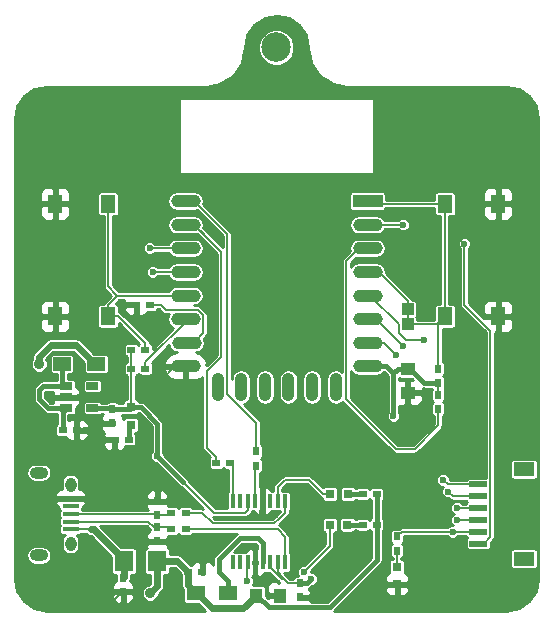
<source format=gbr>
G04 #@! TF.FileFunction,Copper,L2,Bot,Signal*
%FSLAX46Y46*%
G04 Gerber Fmt 4.6, Leading zero omitted, Abs format (unit mm)*
G04 Created by KiCad (PCBNEW 4.0.4-stable) date 01/29/17 20:31:17*
%MOMM*%
%LPD*%
G01*
G04 APERTURE LIST*
%ADD10C,0.100000*%
%ADD11R,0.600000X0.700000*%
%ADD12R,1.550000X0.600000*%
%ADD13R,1.800000X1.200000*%
%ADD14R,0.700000X0.600000*%
%ADD15R,1.000000X1.000000*%
%ADD16R,0.797560X0.797560*%
%ADD17R,1.600200X1.803400*%
%ADD18R,1.500000X1.300000*%
%ADD19R,1.350000X0.400000*%
%ADD20O,0.950000X1.250000*%
%ADD21O,1.550000X1.000000*%
%ADD22R,1.060000X0.650000*%
%ADD23R,0.400000X1.200000*%
%ADD24R,2.500000X1.100000*%
%ADD25O,2.500000X1.100000*%
%ADD26O,1.100000X2.400000*%
%ADD27R,1.300000X1.550000*%
%ADD28C,2.500000*%
%ADD29R,1.500000X1.200000*%
%ADD30R,1.250000X1.000000*%
%ADD31R,1.000000X1.250000*%
%ADD32C,0.600000*%
%ADD33C,0.890000*%
%ADD34C,0.200000*%
%ADD35C,0.400000*%
%ADD36C,0.600000*%
%ADD37C,0.254000*%
G04 APERTURE END LIST*
D10*
D11*
X108600000Y-127600000D03*
X108600000Y-128800000D03*
D12*
X139562500Y-134000000D03*
X139562500Y-135000000D03*
X139562500Y-136000000D03*
X139562500Y-137000000D03*
X139562500Y-138000000D03*
X139562500Y-139000000D03*
D13*
X143437500Y-132700000D03*
X143437500Y-140300000D03*
D11*
X136200000Y-126400000D03*
X136200000Y-127600000D03*
D14*
X110200000Y-124200000D03*
X111400000Y-124200000D03*
X111800000Y-118800000D03*
X110600000Y-118800000D03*
X110000000Y-130200000D03*
X108800000Y-130200000D03*
D11*
X136200000Y-125400000D03*
X136200000Y-124200000D03*
D14*
X110200000Y-122600000D03*
X111400000Y-122600000D03*
D15*
X133600000Y-119150000D03*
X133600000Y-120450000D03*
D11*
X109500000Y-143100000D03*
X109500000Y-141900000D03*
D14*
X104400000Y-129400000D03*
X105600000Y-129400000D03*
D11*
X112400000Y-138800000D03*
X112400000Y-137600000D03*
X112400000Y-135400000D03*
X112400000Y-136600000D03*
X124450000Y-143550000D03*
X124450000Y-142350000D03*
D14*
X116200000Y-141400000D03*
X115000000Y-141400000D03*
D16*
X110200000Y-127450700D03*
X110200000Y-128949300D03*
X128500000Y-137400000D03*
X127001400Y-137400000D03*
X128549300Y-134800000D03*
X127050700Y-134800000D03*
D17*
X112397000Y-140500000D03*
X109603000Y-140500000D03*
D18*
X118350000Y-143200000D03*
X115650000Y-143200000D03*
D19*
X105062540Y-137800900D03*
X105062540Y-137150900D03*
X105062540Y-136500900D03*
X105062540Y-135850900D03*
X105062540Y-135200900D03*
D20*
X105062540Y-139000900D03*
X105062540Y-134000900D03*
D21*
X102362540Y-140000900D03*
X102362540Y-133000900D03*
D14*
X117400000Y-132200000D03*
X118600000Y-132200000D03*
D11*
X120800000Y-131200000D03*
X120800000Y-132400000D03*
D14*
X114800000Y-137800000D03*
X113600000Y-137800000D03*
X114800000Y-136400000D03*
X113600000Y-136400000D03*
X131000000Y-137400000D03*
X129800000Y-137400000D03*
X131000000Y-134800000D03*
X129800000Y-134800000D03*
D22*
X104700000Y-127550000D03*
X104700000Y-126600000D03*
X104700000Y-125650000D03*
X106900000Y-125650000D03*
X106900000Y-127550000D03*
D23*
X118777500Y-135400000D03*
X119412500Y-135400000D03*
X120047500Y-135400000D03*
X120682500Y-135400000D03*
X121317500Y-135400000D03*
X121952500Y-135400000D03*
X122587500Y-135400000D03*
X123222500Y-135400000D03*
X123222500Y-140600000D03*
X122587500Y-140600000D03*
X121952500Y-140600000D03*
X121317500Y-140600000D03*
X120682500Y-140600000D03*
X120047500Y-140600000D03*
X119412500Y-140600000D03*
X118777500Y-140600000D03*
D24*
X130200000Y-110000000D03*
D25*
X130200000Y-112000000D03*
X130200000Y-114000000D03*
X130200000Y-116000000D03*
X130200000Y-118000000D03*
X130200000Y-120000000D03*
X130200000Y-122000000D03*
X130200000Y-124000000D03*
D26*
X127510000Y-125750000D03*
X125510000Y-125750000D03*
X123510000Y-125750000D03*
X121510000Y-125750000D03*
X119510000Y-125750000D03*
X117510000Y-125750000D03*
D25*
X114800000Y-124000000D03*
X114900000Y-122000000D03*
X114800000Y-120000000D03*
X114800000Y-118000000D03*
X114800000Y-116000000D03*
X114800000Y-114000000D03*
X114800000Y-112000000D03*
X114800000Y-110000000D03*
D27*
X141250000Y-119750000D03*
X136750000Y-119750000D03*
X136750000Y-110250000D03*
X141250000Y-110250000D03*
X103750000Y-110250000D03*
X108250000Y-110250000D03*
X108250000Y-119750000D03*
X103750000Y-119750000D03*
D28*
X122475000Y-97000000D03*
D16*
X132700000Y-140950700D03*
X132700000Y-142449300D03*
D11*
X132700000Y-138400000D03*
X132700000Y-139600000D03*
D29*
X107250000Y-123800000D03*
X104350000Y-123800000D03*
D30*
X133600000Y-126250000D03*
X133600000Y-124250000D03*
D31*
X122800000Y-143400000D03*
X120800000Y-143400000D03*
D32*
X125750000Y-143550000D03*
X133700000Y-127550000D03*
X132900000Y-130000000D03*
X121700000Y-133300000D03*
X112600000Y-125300000D03*
X108500000Y-144000000D03*
X121300000Y-136450000D03*
X142500000Y-119800000D03*
X142600000Y-110200000D03*
X102400000Y-110300000D03*
X102300000Y-119800000D03*
X108800000Y-131100000D03*
X107600000Y-128700000D03*
X106400000Y-129400000D03*
X105900000Y-126600000D03*
X103500000Y-126600000D03*
X133000000Y-133400000D03*
X132540380Y-131740380D03*
X121000000Y-142050000D03*
X120600000Y-139200000D03*
X110800000Y-120200000D03*
X112200000Y-121600000D03*
X112600000Y-124000000D03*
D33*
X107200000Y-135000000D03*
X103400000Y-135200000D03*
D32*
X125400000Y-142000000D03*
X132400000Y-128200000D03*
X112400000Y-131600000D03*
X133200000Y-112000000D03*
X138400000Y-113600000D03*
X137400000Y-138000000D03*
X132600000Y-123000000D03*
X137000000Y-134600000D03*
X111749999Y-114000000D03*
D33*
X102400000Y-123800000D03*
X111800000Y-143200000D03*
D32*
X120000000Y-142200000D03*
X124800000Y-141400000D03*
X136600000Y-133600000D03*
X112000000Y-116000000D03*
X137800000Y-137000000D03*
X133169999Y-122240001D03*
X137800000Y-136000000D03*
X135000000Y-121800000D03*
D34*
X124450000Y-143550000D02*
X125750000Y-143550000D01*
X133700000Y-127550000D02*
X133350000Y-127900000D01*
X133350000Y-127900000D02*
X133350000Y-129550000D01*
X133600000Y-126250000D02*
X133600000Y-127450000D01*
X133600000Y-127450000D02*
X133700000Y-127550000D01*
X133350000Y-129550000D02*
X132900000Y-130000000D01*
X121400000Y-133550000D02*
X121450000Y-133550000D01*
X121450000Y-133550000D02*
X121700000Y-133300000D01*
X115500000Y-124000000D02*
X113900000Y-124000000D01*
X113900000Y-124000000D02*
X112600000Y-125300000D01*
X109500000Y-143100000D02*
X109400000Y-143100000D01*
X109400000Y-143100000D02*
X108500000Y-144000000D01*
X121317500Y-135400000D02*
X121317500Y-133632500D01*
X121317500Y-133632500D02*
X121400000Y-133550000D01*
X121317500Y-135400000D02*
X121317500Y-136432500D01*
X121317500Y-136432500D02*
X121300000Y-136450000D01*
X141250000Y-119750000D02*
X142450000Y-119750000D01*
X142450000Y-119750000D02*
X142500000Y-119800000D01*
X141250000Y-110250000D02*
X142550000Y-110250000D01*
X142550000Y-110250000D02*
X142600000Y-110200000D01*
X103750000Y-110250000D02*
X102450000Y-110250000D01*
X102450000Y-110250000D02*
X102400000Y-110300000D01*
X103750000Y-119750000D02*
X102350000Y-119750000D01*
X102350000Y-119750000D02*
X102300000Y-119800000D01*
X108800000Y-130200000D02*
X108800000Y-131100000D01*
X108600000Y-128800000D02*
X107700000Y-128800000D01*
X107700000Y-128800000D02*
X107600000Y-128700000D01*
X105600000Y-129400000D02*
X106400000Y-129400000D01*
X104700000Y-126600000D02*
X105900000Y-126600000D01*
X104700000Y-126600000D02*
X103500000Y-126600000D01*
X132540380Y-131740380D02*
X132540380Y-132940380D01*
X132540380Y-132940380D02*
X133000000Y-133400000D01*
X120682500Y-140600000D02*
X120682500Y-141732500D01*
X120682500Y-141732500D02*
X121000000Y-142050000D01*
D35*
X120682500Y-140600000D02*
X120682500Y-139282500D01*
X120682500Y-139282500D02*
X120600000Y-139200000D01*
D34*
X110600000Y-118800000D02*
X110600000Y-120000000D01*
X110600000Y-120000000D02*
X110800000Y-120200000D01*
X112200000Y-121600000D02*
X110800000Y-120200000D01*
X115500000Y-124000000D02*
X112600000Y-124000000D01*
D35*
X105062540Y-135200900D02*
X106999100Y-135200900D01*
X106999100Y-135200900D02*
X107200000Y-135000000D01*
X105062540Y-135200900D02*
X103400900Y-135200900D01*
X103400900Y-135200900D02*
X103400000Y-135200000D01*
D34*
X124600000Y-143400000D02*
X124550000Y-143400000D01*
X123150000Y-142000000D02*
X123500000Y-142350000D01*
X123500000Y-142350000D02*
X124450000Y-142350000D01*
D35*
X125400000Y-142000000D02*
X125050000Y-142350000D01*
X125050000Y-142350000D02*
X124450000Y-142350000D01*
D34*
X136200000Y-126400000D02*
X136200000Y-125400000D01*
X110200000Y-124200000D02*
X110200000Y-122600000D01*
X110200000Y-127450700D02*
X110200000Y-126851920D01*
X110200000Y-126851920D02*
X110200000Y-124200000D01*
D35*
X136200000Y-125400000D02*
X135000000Y-125400000D01*
X135000000Y-125400000D02*
X133800000Y-124200000D01*
X132400000Y-124600000D02*
X132800000Y-124200000D01*
X132800000Y-124200000D02*
X133800000Y-124200000D01*
X132400000Y-128200000D02*
X132400000Y-124600000D01*
X132400000Y-124600000D02*
X131800000Y-124000000D01*
X131800000Y-124000000D02*
X129500000Y-124000000D01*
X112400000Y-128851920D02*
X112400000Y-131600000D01*
X112400000Y-131600000D02*
X114600000Y-133800000D01*
X110200000Y-127450700D02*
X110998780Y-127450700D01*
X110998780Y-127450700D02*
X112400000Y-128851920D01*
D34*
X117200000Y-136400000D02*
X119847500Y-136400000D01*
X119847500Y-136400000D02*
X120047500Y-136200000D01*
X120047500Y-136200000D02*
X120047500Y-135400000D01*
X114600000Y-133800000D02*
X117200000Y-136400000D01*
X123150000Y-142000000D02*
X122587500Y-141437500D01*
X123150000Y-142000000D02*
X122952500Y-142000000D01*
X122952500Y-142000000D02*
X121952500Y-141000000D01*
X121952500Y-141000000D02*
X121952500Y-140600000D01*
X122587500Y-141437500D02*
X122587500Y-141400000D01*
X122587500Y-141400000D02*
X122587500Y-140600000D01*
D35*
X108600000Y-127600000D02*
X110050700Y-127600000D01*
X110050700Y-127600000D02*
X110200000Y-127450700D01*
X106900000Y-127550000D02*
X108550000Y-127550000D01*
X108550000Y-127550000D02*
X108600000Y-127600000D01*
D34*
X109025000Y-118000000D02*
X108250000Y-117225000D01*
X108250000Y-117225000D02*
X108250000Y-110250000D01*
X108250000Y-119750000D02*
X108250000Y-118775000D01*
X108250000Y-118775000D02*
X109025000Y-118000000D01*
X109025000Y-118000000D02*
X115500000Y-118000000D01*
X111400000Y-122600000D02*
X111400000Y-122050000D01*
X111400000Y-122050000D02*
X109100000Y-119750000D01*
X109100000Y-119750000D02*
X108250000Y-119750000D01*
X133600000Y-120450000D02*
X136050000Y-120450000D01*
X136050000Y-120450000D02*
X136750000Y-119750000D01*
X133600000Y-119150000D02*
X133600000Y-120450000D01*
X129500000Y-116000000D02*
X131150000Y-116000000D01*
X131150000Y-116000000D02*
X133600000Y-118450000D01*
X133600000Y-118450000D02*
X133600000Y-119150000D01*
X136750000Y-110250000D02*
X129750000Y-110250000D01*
X129750000Y-110250000D02*
X129500000Y-110000000D01*
X136750000Y-119750000D02*
X136750000Y-110250000D01*
X136200000Y-124200000D02*
X136200000Y-120300000D01*
X136200000Y-120300000D02*
X136750000Y-119750000D01*
X129500000Y-114000000D02*
X128400000Y-115100000D01*
X128400000Y-115100000D02*
X128400000Y-126800000D01*
X128400000Y-126800000D02*
X132600000Y-131000000D01*
X132600000Y-131000000D02*
X134200000Y-131000000D01*
X134200000Y-131000000D02*
X136200000Y-129000000D01*
X136200000Y-129000000D02*
X136200000Y-127600000D01*
X111400000Y-124200000D02*
X111400000Y-123668616D01*
X111400000Y-123668616D02*
X115068616Y-120000000D01*
X115068616Y-120000000D02*
X115500000Y-120000000D01*
D35*
X110000000Y-130200000D02*
X110000000Y-129149300D01*
X110000000Y-129149300D02*
X110200000Y-128949300D01*
D34*
X133200000Y-112000000D02*
X132775736Y-112000000D01*
X132775736Y-112000000D02*
X129500000Y-112000000D01*
X138400000Y-118775002D02*
X138400000Y-113600000D01*
X139562500Y-139000000D02*
X140037500Y-139000000D01*
X140037500Y-139000000D02*
X140587501Y-138449999D01*
X140587501Y-138449999D02*
X140587501Y-120962503D01*
X140587501Y-120962503D02*
X138400000Y-118775002D01*
X137400000Y-138000000D02*
X133100000Y-138000000D01*
X133100000Y-138000000D02*
X132700000Y-138400000D01*
X137400000Y-138000000D02*
X139562500Y-138000000D01*
X129500000Y-122000000D02*
X131600000Y-122000000D01*
X131600000Y-122000000D02*
X132600000Y-123000000D01*
X113100010Y-119199990D02*
X112700020Y-118800000D01*
X112700020Y-118800000D02*
X112350000Y-118800000D01*
X115831374Y-119199990D02*
X113100010Y-119199990D01*
X116300010Y-119668626D02*
X115831374Y-119199990D01*
X115500000Y-122000000D02*
X116300010Y-121199990D01*
X116300010Y-121199990D02*
X116300010Y-119668626D01*
X112350000Y-118800000D02*
X111800000Y-118800000D01*
X115500000Y-122000000D02*
X115300000Y-122200000D01*
X137000000Y-134600000D02*
X137400000Y-135000000D01*
X137400000Y-135000000D02*
X139562500Y-135000000D01*
X115500000Y-114000000D02*
X111749999Y-114000000D01*
D36*
X109603000Y-140500000D02*
X109603000Y-141797000D01*
X109603000Y-141797000D02*
X109500000Y-141900000D01*
D34*
X105062540Y-137800900D02*
X106800000Y-137800900D01*
D36*
X109603000Y-140500000D02*
X109603000Y-140398400D01*
X109603000Y-140398400D02*
X107005500Y-137800900D01*
X107005500Y-137800900D02*
X106800000Y-137800900D01*
D35*
X104400000Y-129400000D02*
X104400000Y-127850000D01*
X104400000Y-127850000D02*
X104700000Y-127550000D01*
X102400000Y-126000000D02*
X102750000Y-125650000D01*
X102750000Y-125650000D02*
X104700000Y-125650000D01*
X102400000Y-126800000D02*
X102400000Y-126000000D01*
X103150000Y-127550000D02*
X102400000Y-126800000D01*
X104700000Y-127550000D02*
X103150000Y-127550000D01*
X104350000Y-125300000D02*
X104700000Y-125650000D01*
X104350000Y-123800000D02*
X104350000Y-125300000D01*
D34*
X113600000Y-137800000D02*
X113650000Y-137800000D01*
X112400000Y-137600000D02*
X113400000Y-137600000D01*
X113400000Y-137600000D02*
X113600000Y-137800000D01*
X105062540Y-137150900D02*
X111650898Y-137150900D01*
X111650898Y-137150900D02*
X112099998Y-137600000D01*
X112099998Y-137600000D02*
X112400000Y-137600000D01*
X112400000Y-136600000D02*
X113400000Y-136600000D01*
X113400000Y-136600000D02*
X113600000Y-136400000D01*
X112400000Y-136600000D02*
X112200000Y-136600000D01*
X112200000Y-136600000D02*
X112100900Y-136500900D01*
X105062540Y-136500900D02*
X112100900Y-136500900D01*
D36*
X105500000Y-122200000D02*
X103370675Y-122200000D01*
X103370675Y-122200000D02*
X102400000Y-123170675D01*
X102400000Y-123170675D02*
X102400000Y-123800000D01*
X107250000Y-123800000D02*
X107100000Y-123800000D01*
X107100000Y-123800000D02*
X105500000Y-122200000D01*
D35*
X131000000Y-134800000D02*
X131000000Y-137400000D01*
X127000000Y-144400000D02*
X131000000Y-140400000D01*
X131000000Y-140400000D02*
X131000000Y-137400000D01*
X121850000Y-144400000D02*
X127000000Y-144400000D01*
X120800000Y-143400000D02*
X120850000Y-143400000D01*
X120850000Y-143400000D02*
X121850000Y-144400000D01*
D36*
X112397000Y-140500000D02*
X112397000Y-142603000D01*
X112397000Y-142603000D02*
X111800000Y-143200000D01*
X120800000Y-143400000D02*
X120750000Y-143400000D01*
X120750000Y-143400000D02*
X119700000Y-144450000D01*
X119700000Y-144450000D02*
X117000000Y-144450000D01*
X117000000Y-144450000D02*
X115750000Y-143200000D01*
X115750000Y-143200000D02*
X115650000Y-143200000D01*
X115000000Y-141400000D02*
X115000000Y-142550000D01*
X115000000Y-142550000D02*
X115650000Y-143200000D01*
X112397000Y-140500000D02*
X114100000Y-140500000D01*
X114100000Y-140500000D02*
X115000000Y-141400000D01*
D35*
X129800000Y-137400000D02*
X128500000Y-137400000D01*
D34*
X120000000Y-142200000D02*
X120000000Y-140647500D01*
X120000000Y-140647500D02*
X120047500Y-140600000D01*
X127001400Y-137400000D02*
X127001400Y-139198600D01*
X127001400Y-139198600D02*
X124800000Y-141400000D01*
D35*
X129800000Y-134800000D02*
X128549300Y-134800000D01*
D34*
X123200000Y-133600000D02*
X122587500Y-134212500D01*
X122587500Y-134212500D02*
X122587500Y-135400000D01*
X125251920Y-133600000D02*
X123200000Y-133600000D01*
X127050700Y-134800000D02*
X126451920Y-134800000D01*
X126451920Y-134800000D02*
X125251920Y-133600000D01*
D35*
X117600000Y-140347498D02*
X117600000Y-141400000D01*
X117600000Y-141400000D02*
X118350000Y-142150000D01*
X118350000Y-142150000D02*
X118350000Y-143200000D01*
X121317500Y-140600000D02*
X121317500Y-138955498D01*
X121317500Y-138955498D02*
X120912001Y-138549999D01*
X120912001Y-138549999D02*
X119397499Y-138549999D01*
X119397499Y-138549999D02*
X117600000Y-140347498D01*
D34*
X136600000Y-133600000D02*
X137000000Y-134000000D01*
X137000000Y-134000000D02*
X139562500Y-134000000D01*
X115500000Y-116000000D02*
X112000000Y-116000000D01*
X137800000Y-137000000D02*
X139562500Y-137000000D01*
X129500000Y-120000000D02*
X130929998Y-120000000D01*
X130929998Y-120000000D02*
X133169999Y-122240001D01*
X137800000Y-136000000D02*
X139562500Y-136000000D01*
X129500000Y-118000000D02*
X130400000Y-118000000D01*
X130400000Y-118000000D02*
X132849999Y-120449999D01*
X132849999Y-120449999D02*
X132849999Y-121150001D01*
X132849999Y-121150001D02*
X133499998Y-121800000D01*
X133499998Y-121800000D02*
X135000000Y-121800000D01*
X129500000Y-118000000D02*
X130031384Y-118000000D01*
X117800000Y-123200000D02*
X117800000Y-114300000D01*
X117800000Y-114300000D02*
X115500000Y-112000000D01*
X116600000Y-124400000D02*
X117800000Y-123200000D01*
X117400000Y-131700000D02*
X116900000Y-131200000D01*
X116900000Y-131200000D02*
X116600000Y-130900000D01*
X116600000Y-130900000D02*
X116600000Y-124400000D01*
X117400000Y-132200000D02*
X117400000Y-131700000D01*
X116400010Y-112900010D02*
X115500000Y-112000000D01*
X118777500Y-135400000D02*
X118777500Y-132377500D01*
X118777500Y-132377500D02*
X118600000Y-132200000D01*
X120800000Y-131200000D02*
X120800000Y-128821384D01*
X120800000Y-128821384D02*
X118310010Y-126331394D01*
X118310010Y-126331394D02*
X118310010Y-112810010D01*
X118310010Y-112810010D02*
X115500000Y-110000000D01*
X120682500Y-135400000D02*
X120682500Y-132517500D01*
X120682500Y-132517500D02*
X120800000Y-132400000D01*
X114800000Y-137800000D02*
X122600000Y-137800000D01*
X122600000Y-137800000D02*
X123222500Y-138422500D01*
X123222500Y-138422500D02*
X123222500Y-140600000D01*
X117100000Y-137300000D02*
X122300000Y-137300000D01*
X117100000Y-137300000D02*
X116200000Y-136400000D01*
X116200000Y-136400000D02*
X114800000Y-136400000D01*
X122600000Y-137000000D02*
X122700000Y-136900000D01*
X122700000Y-136900000D02*
X123222500Y-136377500D01*
X122300000Y-137300000D02*
X122700000Y-136900000D01*
X123222500Y-136377500D02*
X123222500Y-135400000D01*
X132700000Y-139600000D02*
X132700000Y-140950700D01*
D37*
G36*
X123520462Y-94536389D02*
X124385566Y-95114434D01*
X124963612Y-95979539D01*
X125179283Y-97063794D01*
X125407644Y-98211845D01*
X125456470Y-98329721D01*
X125456471Y-98329722D01*
X126106789Y-99302991D01*
X126197008Y-99393210D01*
X127170278Y-100043529D01*
X127170279Y-100043530D01*
X127219104Y-100063754D01*
X127288154Y-100092356D01*
X127288156Y-100092356D01*
X128436206Y-100320717D01*
X128468413Y-100320717D01*
X128500000Y-100327000D01*
X141967793Y-100327000D01*
X143020462Y-100536389D01*
X143885566Y-101114434D01*
X144463612Y-101979539D01*
X144673000Y-103032208D01*
X144673000Y-141967792D01*
X144463612Y-143020461D01*
X143885566Y-143885566D01*
X143020462Y-144463611D01*
X141967793Y-144673000D01*
X127401580Y-144673000D01*
X129339530Y-142735050D01*
X131666220Y-142735050D01*
X131666220Y-142974389D01*
X131762893Y-143207778D01*
X131941521Y-143386407D01*
X132174910Y-143483080D01*
X132414250Y-143483080D01*
X132573000Y-143324330D01*
X132573000Y-142576300D01*
X132827000Y-142576300D01*
X132827000Y-143324330D01*
X132985750Y-143483080D01*
X133225090Y-143483080D01*
X133458479Y-143386407D01*
X133637107Y-143207778D01*
X133733780Y-142974389D01*
X133733780Y-142735050D01*
X133575030Y-142576300D01*
X132827000Y-142576300D01*
X132573000Y-142576300D01*
X131824970Y-142576300D01*
X131666220Y-142735050D01*
X129339530Y-142735050D01*
X130150369Y-141924211D01*
X131666220Y-141924211D01*
X131666220Y-142163550D01*
X131824970Y-142322300D01*
X132573000Y-142322300D01*
X132573000Y-142302300D01*
X132827000Y-142302300D01*
X132827000Y-142322300D01*
X133575030Y-142322300D01*
X133733780Y-142163550D01*
X133733780Y-141924211D01*
X133637107Y-141690822D01*
X133458479Y-141512193D01*
X133352773Y-141468408D01*
X133358955Y-141459360D01*
X133381206Y-141349480D01*
X133381206Y-140551920D01*
X133361891Y-140449270D01*
X133301225Y-140354993D01*
X133208660Y-140291745D01*
X133098780Y-140269494D01*
X133077000Y-140269494D01*
X133077000Y-140217937D01*
X133102650Y-140213111D01*
X133196927Y-140152445D01*
X133260175Y-140059880D01*
X133282426Y-139950000D01*
X133282426Y-139700000D01*
X142255074Y-139700000D01*
X142255074Y-140900000D01*
X142274389Y-141002650D01*
X142335055Y-141096927D01*
X142427620Y-141160175D01*
X142537500Y-141182426D01*
X144337500Y-141182426D01*
X144440150Y-141163111D01*
X144534427Y-141102445D01*
X144597675Y-141009880D01*
X144619926Y-140900000D01*
X144619926Y-139700000D01*
X144600611Y-139597350D01*
X144539945Y-139503073D01*
X144447380Y-139439825D01*
X144337500Y-139417574D01*
X142537500Y-139417574D01*
X142434850Y-139436889D01*
X142340573Y-139497555D01*
X142277325Y-139590120D01*
X142255074Y-139700000D01*
X133282426Y-139700000D01*
X133282426Y-139250000D01*
X133263111Y-139147350D01*
X133202445Y-139053073D01*
X133123924Y-138999421D01*
X133196927Y-138952445D01*
X133260175Y-138859880D01*
X133282426Y-138750000D01*
X133282426Y-138377000D01*
X136961053Y-138377000D01*
X137072729Y-138488871D01*
X137284724Y-138576900D01*
X137514269Y-138577100D01*
X137726417Y-138489442D01*
X137839055Y-138377000D01*
X138519563Y-138377000D01*
X138524389Y-138402650D01*
X138585055Y-138496927D01*
X138589109Y-138499697D01*
X138527325Y-138590120D01*
X138505074Y-138700000D01*
X138505074Y-139300000D01*
X138524389Y-139402650D01*
X138585055Y-139496927D01*
X138677620Y-139560175D01*
X138787500Y-139582426D01*
X140337500Y-139582426D01*
X140440150Y-139563111D01*
X140534427Y-139502445D01*
X140597675Y-139409880D01*
X140619926Y-139300000D01*
X140619926Y-138950732D01*
X140854080Y-138716578D01*
X140935804Y-138594271D01*
X140964501Y-138449999D01*
X140964501Y-132100000D01*
X142255074Y-132100000D01*
X142255074Y-133300000D01*
X142274389Y-133402650D01*
X142335055Y-133496927D01*
X142427620Y-133560175D01*
X142537500Y-133582426D01*
X144337500Y-133582426D01*
X144440150Y-133563111D01*
X144534427Y-133502445D01*
X144597675Y-133409880D01*
X144619926Y-133300000D01*
X144619926Y-132100000D01*
X144600611Y-131997350D01*
X144539945Y-131903073D01*
X144447380Y-131839825D01*
X144337500Y-131817574D01*
X142537500Y-131817574D01*
X142434850Y-131836889D01*
X142340573Y-131897555D01*
X142277325Y-131990120D01*
X142255074Y-132100000D01*
X140964501Y-132100000D01*
X140964501Y-121159749D01*
X141123000Y-121001250D01*
X141123000Y-119877000D01*
X141377000Y-119877000D01*
X141377000Y-121001250D01*
X141535750Y-121160000D01*
X142026310Y-121160000D01*
X142259699Y-121063327D01*
X142438327Y-120884698D01*
X142535000Y-120651309D01*
X142535000Y-120035750D01*
X142376250Y-119877000D01*
X141377000Y-119877000D01*
X141123000Y-119877000D01*
X140123750Y-119877000D01*
X140079453Y-119921297D01*
X139006847Y-118848691D01*
X139965000Y-118848691D01*
X139965000Y-119464250D01*
X140123750Y-119623000D01*
X141123000Y-119623000D01*
X141123000Y-118498750D01*
X141377000Y-118498750D01*
X141377000Y-119623000D01*
X142376250Y-119623000D01*
X142535000Y-119464250D01*
X142535000Y-118848691D01*
X142438327Y-118615302D01*
X142259699Y-118436673D01*
X142026310Y-118340000D01*
X141535750Y-118340000D01*
X141377000Y-118498750D01*
X141123000Y-118498750D01*
X140964250Y-118340000D01*
X140473690Y-118340000D01*
X140240301Y-118436673D01*
X140061673Y-118615302D01*
X139965000Y-118848691D01*
X139006847Y-118848691D01*
X138777000Y-118618844D01*
X138777000Y-114038947D01*
X138888871Y-113927271D01*
X138976900Y-113715276D01*
X138977100Y-113485731D01*
X138889442Y-113273583D01*
X138727271Y-113111129D01*
X138515276Y-113023100D01*
X138285731Y-113022900D01*
X138073583Y-113110558D01*
X137911129Y-113272729D01*
X137823100Y-113484724D01*
X137822900Y-113714269D01*
X137910558Y-113926417D01*
X138023000Y-114039055D01*
X138023000Y-118775002D01*
X138051697Y-118919274D01*
X138133421Y-119041581D01*
X140210501Y-121118662D01*
X140210501Y-133417574D01*
X138787500Y-133417574D01*
X138684850Y-133436889D01*
X138590573Y-133497555D01*
X138527325Y-133590120D01*
X138520667Y-133623000D01*
X137176980Y-133623000D01*
X137177100Y-133485731D01*
X137089442Y-133273583D01*
X136927271Y-133111129D01*
X136715276Y-133023100D01*
X136485731Y-133022900D01*
X136273583Y-133110558D01*
X136111129Y-133272729D01*
X136023100Y-133484724D01*
X136022900Y-133714269D01*
X136110558Y-133926417D01*
X136272729Y-134088871D01*
X136484724Y-134176900D01*
X136607018Y-134177007D01*
X136511129Y-134272729D01*
X136423100Y-134484724D01*
X136422900Y-134714269D01*
X136510558Y-134926417D01*
X136672729Y-135088871D01*
X136884724Y-135176900D01*
X137043880Y-135177039D01*
X137133420Y-135266579D01*
X137255728Y-135348303D01*
X137400000Y-135377000D01*
X138519563Y-135377000D01*
X138524389Y-135402650D01*
X138585055Y-135496927D01*
X138589109Y-135499697D01*
X138527325Y-135590120D01*
X138520667Y-135623000D01*
X138238947Y-135623000D01*
X138127271Y-135511129D01*
X137915276Y-135423100D01*
X137685731Y-135422900D01*
X137473583Y-135510558D01*
X137311129Y-135672729D01*
X137223100Y-135884724D01*
X137222900Y-136114269D01*
X137310558Y-136326417D01*
X137472729Y-136488871D01*
X137499333Y-136499918D01*
X137473583Y-136510558D01*
X137311129Y-136672729D01*
X137223100Y-136884724D01*
X137222900Y-137114269D01*
X137310558Y-137326417D01*
X137406978Y-137423006D01*
X137285731Y-137422900D01*
X137073583Y-137510558D01*
X136960945Y-137623000D01*
X133100000Y-137623000D01*
X132955728Y-137651697D01*
X132833420Y-137733421D01*
X132799267Y-137767574D01*
X132400000Y-137767574D01*
X132297350Y-137786889D01*
X132203073Y-137847555D01*
X132139825Y-137940120D01*
X132117574Y-138050000D01*
X132117574Y-138750000D01*
X132136889Y-138852650D01*
X132197555Y-138946927D01*
X132276076Y-139000579D01*
X132203073Y-139047555D01*
X132139825Y-139140120D01*
X132117574Y-139250000D01*
X132117574Y-139950000D01*
X132136889Y-140052650D01*
X132197555Y-140146927D01*
X132290120Y-140210175D01*
X132323000Y-140216833D01*
X132323000Y-140269494D01*
X132301220Y-140269494D01*
X132198570Y-140288809D01*
X132104293Y-140349475D01*
X132041045Y-140442040D01*
X132018794Y-140551920D01*
X132018794Y-141349480D01*
X132038109Y-141452130D01*
X132048298Y-141467964D01*
X131941521Y-141512193D01*
X131762893Y-141690822D01*
X131666220Y-141924211D01*
X130150369Y-141924211D01*
X131337290Y-140737290D01*
X131440691Y-140582540D01*
X131477000Y-140400000D01*
X131477000Y-137947442D01*
X131546927Y-137902445D01*
X131610175Y-137809880D01*
X131632426Y-137700000D01*
X131632426Y-137100000D01*
X131613111Y-136997350D01*
X131552445Y-136903073D01*
X131477000Y-136851523D01*
X131477000Y-135347442D01*
X131546927Y-135302445D01*
X131610175Y-135209880D01*
X131632426Y-135100000D01*
X131632426Y-134500000D01*
X131613111Y-134397350D01*
X131552445Y-134303073D01*
X131459880Y-134239825D01*
X131350000Y-134217574D01*
X130650000Y-134217574D01*
X130547350Y-134236889D01*
X130453073Y-134297555D01*
X130399421Y-134376076D01*
X130352445Y-134303073D01*
X130259880Y-134239825D01*
X130150000Y-134217574D01*
X129450000Y-134217574D01*
X129347350Y-134236889D01*
X129253073Y-134297555D01*
X129235687Y-134323000D01*
X129215788Y-134323000D01*
X129211191Y-134298570D01*
X129150525Y-134204293D01*
X129057960Y-134141045D01*
X128948080Y-134118794D01*
X128150520Y-134118794D01*
X128047870Y-134138109D01*
X127953593Y-134198775D01*
X127890345Y-134291340D01*
X127868094Y-134401220D01*
X127868094Y-135198780D01*
X127887409Y-135301430D01*
X127948075Y-135395707D01*
X128040640Y-135458955D01*
X128150520Y-135481206D01*
X128948080Y-135481206D01*
X129050730Y-135461891D01*
X129145007Y-135401225D01*
X129208255Y-135308660D01*
X129214666Y-135277000D01*
X129234732Y-135277000D01*
X129247555Y-135296927D01*
X129340120Y-135360175D01*
X129450000Y-135382426D01*
X130150000Y-135382426D01*
X130252650Y-135363111D01*
X130346927Y-135302445D01*
X130400579Y-135223924D01*
X130447555Y-135296927D01*
X130523000Y-135348477D01*
X130523000Y-136852558D01*
X130453073Y-136897555D01*
X130399421Y-136976076D01*
X130352445Y-136903073D01*
X130259880Y-136839825D01*
X130150000Y-136817574D01*
X129450000Y-136817574D01*
X129347350Y-136836889D01*
X129253073Y-136897555D01*
X129235687Y-136923000D01*
X129166488Y-136923000D01*
X129161891Y-136898570D01*
X129101225Y-136804293D01*
X129008660Y-136741045D01*
X128898780Y-136718794D01*
X128101220Y-136718794D01*
X127998570Y-136738109D01*
X127904293Y-136798775D01*
X127841045Y-136891340D01*
X127818794Y-137001220D01*
X127818794Y-137798780D01*
X127838109Y-137901430D01*
X127898775Y-137995707D01*
X127991340Y-138058955D01*
X128101220Y-138081206D01*
X128898780Y-138081206D01*
X129001430Y-138061891D01*
X129095707Y-138001225D01*
X129158955Y-137908660D01*
X129165366Y-137877000D01*
X129234732Y-137877000D01*
X129247555Y-137896927D01*
X129340120Y-137960175D01*
X129450000Y-137982426D01*
X130150000Y-137982426D01*
X130252650Y-137963111D01*
X130346927Y-137902445D01*
X130400579Y-137823924D01*
X130447555Y-137896927D01*
X130523000Y-137948477D01*
X130523000Y-140202420D01*
X126802420Y-143923000D01*
X125385000Y-143923000D01*
X125385000Y-143835750D01*
X125226250Y-143677000D01*
X124577000Y-143677000D01*
X124577000Y-143697000D01*
X124323000Y-143697000D01*
X124323000Y-143677000D01*
X124303000Y-143677000D01*
X124303000Y-143423000D01*
X124323000Y-143423000D01*
X124323000Y-143403000D01*
X124577000Y-143403000D01*
X124577000Y-143423000D01*
X125226250Y-143423000D01*
X125385000Y-143264250D01*
X125385000Y-143073691D01*
X125288327Y-142840302D01*
X125236242Y-142788217D01*
X125387290Y-142687290D01*
X125497495Y-142577085D01*
X125514269Y-142577100D01*
X125726417Y-142489442D01*
X125888871Y-142327271D01*
X125976900Y-142115276D01*
X125977100Y-141885731D01*
X125889442Y-141673583D01*
X125727271Y-141511129D01*
X125515276Y-141423100D01*
X125376980Y-141422980D01*
X125377039Y-141356119D01*
X127267979Y-139465179D01*
X127349703Y-139342872D01*
X127378400Y-139198600D01*
X127378400Y-138081206D01*
X127400180Y-138081206D01*
X127502830Y-138061891D01*
X127597107Y-138001225D01*
X127660355Y-137908660D01*
X127682606Y-137798780D01*
X127682606Y-137001220D01*
X127663291Y-136898570D01*
X127602625Y-136804293D01*
X127510060Y-136741045D01*
X127400180Y-136718794D01*
X126602620Y-136718794D01*
X126499970Y-136738109D01*
X126405693Y-136798775D01*
X126342445Y-136891340D01*
X126320194Y-137001220D01*
X126320194Y-137798780D01*
X126339509Y-137901430D01*
X126400175Y-137995707D01*
X126492740Y-138058955D01*
X126602620Y-138081206D01*
X126624400Y-138081206D01*
X126624400Y-139042442D01*
X124843804Y-140823038D01*
X124685731Y-140822900D01*
X124473583Y-140910558D01*
X124311129Y-141072729D01*
X124223100Y-141284724D01*
X124222900Y-141514269D01*
X124306904Y-141717574D01*
X124150000Y-141717574D01*
X124047350Y-141736889D01*
X123953073Y-141797555D01*
X123889825Y-141890120D01*
X123873042Y-141973000D01*
X123656158Y-141973000D01*
X123165584Y-141482426D01*
X123422500Y-141482426D01*
X123525150Y-141463111D01*
X123619427Y-141402445D01*
X123682675Y-141309880D01*
X123704926Y-141200000D01*
X123704926Y-140000000D01*
X123685611Y-139897350D01*
X123624945Y-139803073D01*
X123599500Y-139785687D01*
X123599500Y-138422500D01*
X123570803Y-138278228D01*
X123489079Y-138155921D01*
X122866579Y-137533421D01*
X122744272Y-137451697D01*
X122691882Y-137441276D01*
X122966579Y-137166580D01*
X122966581Y-137166577D01*
X123489080Y-136644079D01*
X123543181Y-136563111D01*
X123570803Y-136521772D01*
X123599500Y-136377500D01*
X123599500Y-136215268D01*
X123619427Y-136202445D01*
X123682675Y-136109880D01*
X123704926Y-136000000D01*
X123704926Y-134800000D01*
X123685611Y-134697350D01*
X123624945Y-134603073D01*
X123532380Y-134539825D01*
X123422500Y-134517574D01*
X123022500Y-134517574D01*
X122964500Y-134528487D01*
X122964500Y-134368658D01*
X123356158Y-133977000D01*
X125095762Y-133977000D01*
X126185341Y-135066579D01*
X126307648Y-135148303D01*
X126369494Y-135160605D01*
X126369494Y-135198780D01*
X126388809Y-135301430D01*
X126449475Y-135395707D01*
X126542040Y-135458955D01*
X126651920Y-135481206D01*
X127449480Y-135481206D01*
X127552130Y-135461891D01*
X127646407Y-135401225D01*
X127709655Y-135308660D01*
X127731906Y-135198780D01*
X127731906Y-134401220D01*
X127712591Y-134298570D01*
X127651925Y-134204293D01*
X127559360Y-134141045D01*
X127449480Y-134118794D01*
X126651920Y-134118794D01*
X126549270Y-134138109D01*
X126454993Y-134198775D01*
X126426116Y-134241038D01*
X125518499Y-133333421D01*
X125396192Y-133251697D01*
X125251920Y-133223000D01*
X123200000Y-133223000D01*
X123055728Y-133251697D01*
X122933421Y-133333421D01*
X122320921Y-133945921D01*
X122239197Y-134068228D01*
X122210500Y-134212500D01*
X122210500Y-134529319D01*
X122152500Y-134517574D01*
X122087834Y-134517574D01*
X122055827Y-134440302D01*
X121877199Y-134261673D01*
X121643810Y-134165000D01*
X121576250Y-134165000D01*
X121417500Y-134323750D01*
X121417500Y-135273000D01*
X121464500Y-135273000D01*
X121464500Y-135527000D01*
X121417500Y-135527000D01*
X121417500Y-136476250D01*
X121576250Y-136635000D01*
X121643810Y-136635000D01*
X121877199Y-136538327D01*
X122055827Y-136359698D01*
X122087834Y-136282426D01*
X122152500Y-136282426D01*
X122255150Y-136263111D01*
X122268935Y-136254241D01*
X122277620Y-136260175D01*
X122387500Y-136282426D01*
X122784415Y-136282426D01*
X122433423Y-136633419D01*
X122433420Y-136633421D01*
X122143842Y-136923000D01*
X117256158Y-136923000D01*
X117087850Y-136754692D01*
X117200000Y-136777000D01*
X119847500Y-136777000D01*
X119991772Y-136748303D01*
X120114079Y-136666579D01*
X120314079Y-136466579D01*
X120395803Y-136344272D01*
X120410985Y-136267944D01*
X120482500Y-136282426D01*
X120547166Y-136282426D01*
X120579173Y-136359698D01*
X120757801Y-136538327D01*
X120991190Y-136635000D01*
X121058750Y-136635000D01*
X121217500Y-136476250D01*
X121217500Y-135527000D01*
X121170500Y-135527000D01*
X121170500Y-135273000D01*
X121217500Y-135273000D01*
X121217500Y-134323750D01*
X121059500Y-134165750D01*
X121059500Y-133032426D01*
X121100000Y-133032426D01*
X121202650Y-133013111D01*
X121296927Y-132952445D01*
X121360175Y-132859880D01*
X121382426Y-132750000D01*
X121382426Y-132050000D01*
X121363111Y-131947350D01*
X121302445Y-131853073D01*
X121223924Y-131799421D01*
X121296927Y-131752445D01*
X121360175Y-131659880D01*
X121382426Y-131550000D01*
X121382426Y-130850000D01*
X121363111Y-130747350D01*
X121302445Y-130653073D01*
X121209880Y-130589825D01*
X121177000Y-130583167D01*
X121177000Y-128821384D01*
X121148303Y-128677112D01*
X121104803Y-128612010D01*
X121066580Y-128554805D01*
X119724953Y-127213179D01*
X119826479Y-127192984D01*
X120094777Y-127013713D01*
X120274048Y-126745415D01*
X120337000Y-126428936D01*
X120337000Y-125071064D01*
X120683000Y-125071064D01*
X120683000Y-126428936D01*
X120745952Y-126745415D01*
X120925223Y-127013713D01*
X121193521Y-127192984D01*
X121510000Y-127255936D01*
X121826479Y-127192984D01*
X122094777Y-127013713D01*
X122274048Y-126745415D01*
X122337000Y-126428936D01*
X122337000Y-125071064D01*
X122683000Y-125071064D01*
X122683000Y-126428936D01*
X122745952Y-126745415D01*
X122925223Y-127013713D01*
X123193521Y-127192984D01*
X123510000Y-127255936D01*
X123826479Y-127192984D01*
X124094777Y-127013713D01*
X124274048Y-126745415D01*
X124337000Y-126428936D01*
X124337000Y-125071064D01*
X124683000Y-125071064D01*
X124683000Y-126428936D01*
X124745952Y-126745415D01*
X124925223Y-127013713D01*
X125193521Y-127192984D01*
X125510000Y-127255936D01*
X125826479Y-127192984D01*
X126094777Y-127013713D01*
X126274048Y-126745415D01*
X126337000Y-126428936D01*
X126337000Y-125071064D01*
X126683000Y-125071064D01*
X126683000Y-126428936D01*
X126745952Y-126745415D01*
X126925223Y-127013713D01*
X127193521Y-127192984D01*
X127510000Y-127255936D01*
X127826479Y-127192984D01*
X128094777Y-127013713D01*
X128096437Y-127011229D01*
X128133421Y-127066579D01*
X132333421Y-131266579D01*
X132455728Y-131348303D01*
X132600000Y-131377000D01*
X134200000Y-131377000D01*
X134344272Y-131348303D01*
X134466579Y-131266579D01*
X136466579Y-129266579D01*
X136548303Y-129144272D01*
X136577000Y-129000000D01*
X136577000Y-128217937D01*
X136602650Y-128213111D01*
X136696927Y-128152445D01*
X136760175Y-128059880D01*
X136782426Y-127950000D01*
X136782426Y-127250000D01*
X136763111Y-127147350D01*
X136702445Y-127053073D01*
X136623924Y-126999421D01*
X136696927Y-126952445D01*
X136760175Y-126859880D01*
X136782426Y-126750000D01*
X136782426Y-126050000D01*
X136763111Y-125947350D01*
X136732700Y-125900090D01*
X136760175Y-125859880D01*
X136782426Y-125750000D01*
X136782426Y-125050000D01*
X136763111Y-124947350D01*
X136702445Y-124853073D01*
X136623924Y-124799421D01*
X136696927Y-124752445D01*
X136760175Y-124659880D01*
X136782426Y-124550000D01*
X136782426Y-123850000D01*
X136763111Y-123747350D01*
X136702445Y-123653073D01*
X136609880Y-123589825D01*
X136577000Y-123583167D01*
X136577000Y-120807426D01*
X137400000Y-120807426D01*
X137502650Y-120788111D01*
X137596927Y-120727445D01*
X137660175Y-120634880D01*
X137682426Y-120525000D01*
X137682426Y-118975000D01*
X137663111Y-118872350D01*
X137602445Y-118778073D01*
X137509880Y-118714825D01*
X137400000Y-118692574D01*
X137127000Y-118692574D01*
X137127000Y-111307426D01*
X137400000Y-111307426D01*
X137502650Y-111288111D01*
X137596927Y-111227445D01*
X137660175Y-111134880D01*
X137682426Y-111025000D01*
X137682426Y-110535750D01*
X139965000Y-110535750D01*
X139965000Y-111151309D01*
X140061673Y-111384698D01*
X140240301Y-111563327D01*
X140473690Y-111660000D01*
X140964250Y-111660000D01*
X141123000Y-111501250D01*
X141123000Y-110377000D01*
X141377000Y-110377000D01*
X141377000Y-111501250D01*
X141535750Y-111660000D01*
X142026310Y-111660000D01*
X142259699Y-111563327D01*
X142438327Y-111384698D01*
X142535000Y-111151309D01*
X142535000Y-110535750D01*
X142376250Y-110377000D01*
X141377000Y-110377000D01*
X141123000Y-110377000D01*
X140123750Y-110377000D01*
X139965000Y-110535750D01*
X137682426Y-110535750D01*
X137682426Y-109475000D01*
X137663111Y-109372350D01*
X137647887Y-109348691D01*
X139965000Y-109348691D01*
X139965000Y-109964250D01*
X140123750Y-110123000D01*
X141123000Y-110123000D01*
X141123000Y-108998750D01*
X141377000Y-108998750D01*
X141377000Y-110123000D01*
X142376250Y-110123000D01*
X142535000Y-109964250D01*
X142535000Y-109348691D01*
X142438327Y-109115302D01*
X142259699Y-108936673D01*
X142026310Y-108840000D01*
X141535750Y-108840000D01*
X141377000Y-108998750D01*
X141123000Y-108998750D01*
X140964250Y-108840000D01*
X140473690Y-108840000D01*
X140240301Y-108936673D01*
X140061673Y-109115302D01*
X139965000Y-109348691D01*
X137647887Y-109348691D01*
X137602445Y-109278073D01*
X137509880Y-109214825D01*
X137400000Y-109192574D01*
X136100000Y-109192574D01*
X135997350Y-109211889D01*
X135903073Y-109272555D01*
X135839825Y-109365120D01*
X135817574Y-109475000D01*
X135817574Y-109873000D01*
X131732426Y-109873000D01*
X131732426Y-109450000D01*
X131713111Y-109347350D01*
X131652445Y-109253073D01*
X131559880Y-109189825D01*
X131450000Y-109167574D01*
X128950000Y-109167574D01*
X128847350Y-109186889D01*
X128753073Y-109247555D01*
X128689825Y-109340120D01*
X128667574Y-109450000D01*
X128667574Y-110550000D01*
X128686889Y-110652650D01*
X128747555Y-110746927D01*
X128840120Y-110810175D01*
X128950000Y-110832426D01*
X131450000Y-110832426D01*
X131552650Y-110813111D01*
X131646927Y-110752445D01*
X131710175Y-110659880D01*
X131716833Y-110627000D01*
X135817574Y-110627000D01*
X135817574Y-111025000D01*
X135836889Y-111127650D01*
X135897555Y-111221927D01*
X135990120Y-111285175D01*
X136100000Y-111307426D01*
X136373000Y-111307426D01*
X136373000Y-118692574D01*
X136100000Y-118692574D01*
X135997350Y-118711889D01*
X135903073Y-118772555D01*
X135839825Y-118865120D01*
X135817574Y-118975000D01*
X135817574Y-120073000D01*
X134382426Y-120073000D01*
X134382426Y-119950000D01*
X134363111Y-119847350D01*
X134332700Y-119800090D01*
X134360175Y-119759880D01*
X134382426Y-119650000D01*
X134382426Y-118650000D01*
X134363111Y-118547350D01*
X134302445Y-118453073D01*
X134209880Y-118389825D01*
X134100000Y-118367574D01*
X133960605Y-118367574D01*
X133948303Y-118305728D01*
X133866579Y-118183421D01*
X131744679Y-116061521D01*
X131756916Y-116000000D01*
X131693964Y-115683521D01*
X131514693Y-115415223D01*
X131246395Y-115235952D01*
X130929916Y-115173000D01*
X129470084Y-115173000D01*
X129153605Y-115235952D01*
X128885307Y-115415223D01*
X128777000Y-115577316D01*
X128777000Y-115256158D01*
X129249946Y-114783212D01*
X129470084Y-114827000D01*
X130929916Y-114827000D01*
X131246395Y-114764048D01*
X131514693Y-114584777D01*
X131693964Y-114316479D01*
X131756916Y-114000000D01*
X131693964Y-113683521D01*
X131514693Y-113415223D01*
X131246395Y-113235952D01*
X130929916Y-113173000D01*
X129470084Y-113173000D01*
X129153605Y-113235952D01*
X128885307Y-113415223D01*
X128706036Y-113683521D01*
X128643084Y-114000000D01*
X128696799Y-114270043D01*
X128133421Y-114833421D01*
X128051697Y-114955728D01*
X128023000Y-115100000D01*
X128023000Y-124438327D01*
X127826479Y-124307016D01*
X127510000Y-124244064D01*
X127193521Y-124307016D01*
X126925223Y-124486287D01*
X126745952Y-124754585D01*
X126683000Y-125071064D01*
X126337000Y-125071064D01*
X126274048Y-124754585D01*
X126094777Y-124486287D01*
X125826479Y-124307016D01*
X125510000Y-124244064D01*
X125193521Y-124307016D01*
X124925223Y-124486287D01*
X124745952Y-124754585D01*
X124683000Y-125071064D01*
X124337000Y-125071064D01*
X124274048Y-124754585D01*
X124094777Y-124486287D01*
X123826479Y-124307016D01*
X123510000Y-124244064D01*
X123193521Y-124307016D01*
X122925223Y-124486287D01*
X122745952Y-124754585D01*
X122683000Y-125071064D01*
X122337000Y-125071064D01*
X122274048Y-124754585D01*
X122094777Y-124486287D01*
X121826479Y-124307016D01*
X121510000Y-124244064D01*
X121193521Y-124307016D01*
X120925223Y-124486287D01*
X120745952Y-124754585D01*
X120683000Y-125071064D01*
X120337000Y-125071064D01*
X120274048Y-124754585D01*
X120094777Y-124486287D01*
X119826479Y-124307016D01*
X119510000Y-124244064D01*
X119193521Y-124307016D01*
X118925223Y-124486287D01*
X118745952Y-124754585D01*
X118687010Y-125050905D01*
X118687010Y-112810010D01*
X118658313Y-112665738D01*
X118576589Y-112543431D01*
X118033158Y-112000000D01*
X128643084Y-112000000D01*
X128706036Y-112316479D01*
X128885307Y-112584777D01*
X129153605Y-112764048D01*
X129470084Y-112827000D01*
X130929916Y-112827000D01*
X131246395Y-112764048D01*
X131514693Y-112584777D01*
X131653525Y-112377000D01*
X132761053Y-112377000D01*
X132872729Y-112488871D01*
X133084724Y-112576900D01*
X133314269Y-112577100D01*
X133526417Y-112489442D01*
X133688871Y-112327271D01*
X133776900Y-112115276D01*
X133777100Y-111885731D01*
X133689442Y-111673583D01*
X133527271Y-111511129D01*
X133315276Y-111423100D01*
X133085731Y-111422900D01*
X132873583Y-111510558D01*
X132760945Y-111623000D01*
X131653525Y-111623000D01*
X131514693Y-111415223D01*
X131246395Y-111235952D01*
X130929916Y-111173000D01*
X129470084Y-111173000D01*
X129153605Y-111235952D01*
X128885307Y-111415223D01*
X128706036Y-111683521D01*
X128643084Y-112000000D01*
X118033158Y-112000000D01*
X116303201Y-110270043D01*
X116356916Y-110000000D01*
X116293964Y-109683521D01*
X116114693Y-109415223D01*
X115846395Y-109235952D01*
X115529916Y-109173000D01*
X114070084Y-109173000D01*
X113753605Y-109235952D01*
X113485307Y-109415223D01*
X113306036Y-109683521D01*
X113243084Y-110000000D01*
X113306036Y-110316479D01*
X113485307Y-110584777D01*
X113753605Y-110764048D01*
X114070084Y-110827000D01*
X115529916Y-110827000D01*
X115750054Y-110783212D01*
X117933010Y-112966168D01*
X117933010Y-113899852D01*
X116666591Y-112633433D01*
X116666589Y-112633430D01*
X116303201Y-112270042D01*
X116356916Y-112000000D01*
X116293964Y-111683521D01*
X116114693Y-111415223D01*
X115846395Y-111235952D01*
X115529916Y-111173000D01*
X114070084Y-111173000D01*
X113753605Y-111235952D01*
X113485307Y-111415223D01*
X113306036Y-111683521D01*
X113243084Y-112000000D01*
X113306036Y-112316479D01*
X113485307Y-112584777D01*
X113753605Y-112764048D01*
X114070084Y-112827000D01*
X115529916Y-112827000D01*
X115750053Y-112783212D01*
X116133430Y-113166589D01*
X116133433Y-113166591D01*
X117423000Y-114456158D01*
X117423000Y-123043842D01*
X116593844Y-123872998D01*
X116518362Y-123872998D01*
X116643803Y-123690256D01*
X116643398Y-123663854D01*
X116427724Y-123251882D01*
X116070813Y-122953804D01*
X115651586Y-122822689D01*
X115946395Y-122764048D01*
X116214693Y-122584777D01*
X116393964Y-122316479D01*
X116456916Y-122000000D01*
X116393964Y-121683521D01*
X116376209Y-121656949D01*
X116566589Y-121466569D01*
X116648313Y-121344262D01*
X116677010Y-121199990D01*
X116677010Y-119668626D01*
X116648313Y-119524354D01*
X116609702Y-119466569D01*
X116566589Y-119402046D01*
X116097953Y-118933411D01*
X115975646Y-118851687D01*
X115831374Y-118822990D01*
X115550075Y-118822990D01*
X115846395Y-118764048D01*
X116114693Y-118584777D01*
X116293964Y-118316479D01*
X116356916Y-118000000D01*
X116293964Y-117683521D01*
X116114693Y-117415223D01*
X115846395Y-117235952D01*
X115529916Y-117173000D01*
X114070084Y-117173000D01*
X113753605Y-117235952D01*
X113485307Y-117415223D01*
X113346475Y-117623000D01*
X109181159Y-117623000D01*
X108627000Y-117068842D01*
X108627000Y-116114269D01*
X111422900Y-116114269D01*
X111510558Y-116326417D01*
X111672729Y-116488871D01*
X111884724Y-116576900D01*
X112114269Y-116577100D01*
X112326417Y-116489442D01*
X112439055Y-116377000D01*
X113346475Y-116377000D01*
X113485307Y-116584777D01*
X113753605Y-116764048D01*
X114070084Y-116827000D01*
X115529916Y-116827000D01*
X115846395Y-116764048D01*
X116114693Y-116584777D01*
X116293964Y-116316479D01*
X116356916Y-116000000D01*
X116293964Y-115683521D01*
X116114693Y-115415223D01*
X115846395Y-115235952D01*
X115529916Y-115173000D01*
X114070084Y-115173000D01*
X113753605Y-115235952D01*
X113485307Y-115415223D01*
X113346475Y-115623000D01*
X112438947Y-115623000D01*
X112327271Y-115511129D01*
X112115276Y-115423100D01*
X111885731Y-115422900D01*
X111673583Y-115510558D01*
X111511129Y-115672729D01*
X111423100Y-115884724D01*
X111422900Y-116114269D01*
X108627000Y-116114269D01*
X108627000Y-114114269D01*
X111172899Y-114114269D01*
X111260557Y-114326417D01*
X111422728Y-114488871D01*
X111634723Y-114576900D01*
X111864268Y-114577100D01*
X112076416Y-114489442D01*
X112189054Y-114377000D01*
X113346475Y-114377000D01*
X113485307Y-114584777D01*
X113753605Y-114764048D01*
X114070084Y-114827000D01*
X115529916Y-114827000D01*
X115846395Y-114764048D01*
X116114693Y-114584777D01*
X116293964Y-114316479D01*
X116356916Y-114000000D01*
X116293964Y-113683521D01*
X116114693Y-113415223D01*
X115846395Y-113235952D01*
X115529916Y-113173000D01*
X114070084Y-113173000D01*
X113753605Y-113235952D01*
X113485307Y-113415223D01*
X113346475Y-113623000D01*
X112188946Y-113623000D01*
X112077270Y-113511129D01*
X111865275Y-113423100D01*
X111635730Y-113422900D01*
X111423582Y-113510558D01*
X111261128Y-113672729D01*
X111173099Y-113884724D01*
X111172899Y-114114269D01*
X108627000Y-114114269D01*
X108627000Y-111307426D01*
X108900000Y-111307426D01*
X109002650Y-111288111D01*
X109096927Y-111227445D01*
X109160175Y-111134880D01*
X109182426Y-111025000D01*
X109182426Y-109475000D01*
X109163111Y-109372350D01*
X109102445Y-109278073D01*
X109009880Y-109214825D01*
X108900000Y-109192574D01*
X107600000Y-109192574D01*
X107497350Y-109211889D01*
X107403073Y-109272555D01*
X107339825Y-109365120D01*
X107317574Y-109475000D01*
X107317574Y-111025000D01*
X107336889Y-111127650D01*
X107397555Y-111221927D01*
X107490120Y-111285175D01*
X107600000Y-111307426D01*
X107873000Y-111307426D01*
X107873000Y-117225000D01*
X107901697Y-117369272D01*
X107983421Y-117491579D01*
X108491841Y-118000000D01*
X107983421Y-118508421D01*
X107901697Y-118630728D01*
X107889395Y-118692574D01*
X107600000Y-118692574D01*
X107497350Y-118711889D01*
X107403073Y-118772555D01*
X107339825Y-118865120D01*
X107317574Y-118975000D01*
X107317574Y-120525000D01*
X107336889Y-120627650D01*
X107397555Y-120721927D01*
X107490120Y-120785175D01*
X107600000Y-120807426D01*
X108900000Y-120807426D01*
X109002650Y-120788111D01*
X109096927Y-120727445D01*
X109160175Y-120634880D01*
X109182426Y-120525000D01*
X109182426Y-120365584D01*
X110890386Y-122073544D01*
X110853073Y-122097555D01*
X110799421Y-122176076D01*
X110752445Y-122103073D01*
X110659880Y-122039825D01*
X110550000Y-122017574D01*
X109850000Y-122017574D01*
X109747350Y-122036889D01*
X109653073Y-122097555D01*
X109589825Y-122190120D01*
X109567574Y-122300000D01*
X109567574Y-122900000D01*
X109586889Y-123002650D01*
X109647555Y-123096927D01*
X109740120Y-123160175D01*
X109823000Y-123176958D01*
X109823000Y-123622654D01*
X109747350Y-123636889D01*
X109653073Y-123697555D01*
X109589825Y-123790120D01*
X109567574Y-123900000D01*
X109567574Y-124500000D01*
X109586889Y-124602650D01*
X109647555Y-124696927D01*
X109740120Y-124760175D01*
X109823000Y-124776958D01*
X109823000Y-126769494D01*
X109801220Y-126769494D01*
X109698570Y-126788809D01*
X109604293Y-126849475D01*
X109541045Y-126942040D01*
X109518794Y-127051920D01*
X109518794Y-127123000D01*
X109147442Y-127123000D01*
X109102445Y-127053073D01*
X109009880Y-126989825D01*
X108900000Y-126967574D01*
X108300000Y-126967574D01*
X108197350Y-126986889D01*
X108103073Y-127047555D01*
X108085687Y-127073000D01*
X107661355Y-127073000D01*
X107632445Y-127028073D01*
X107539880Y-126964825D01*
X107430000Y-126942574D01*
X106370000Y-126942574D01*
X106267350Y-126961889D01*
X106173073Y-127022555D01*
X106109825Y-127115120D01*
X106087574Y-127225000D01*
X106087574Y-127875000D01*
X106106889Y-127977650D01*
X106167555Y-128071927D01*
X106260120Y-128135175D01*
X106370000Y-128157426D01*
X107430000Y-128157426D01*
X107532650Y-128138111D01*
X107626927Y-128077445D01*
X107661395Y-128027000D01*
X107824975Y-128027000D01*
X107761673Y-128090302D01*
X107665000Y-128323691D01*
X107665000Y-128514250D01*
X107823750Y-128673000D01*
X108473000Y-128673000D01*
X108473000Y-128653000D01*
X108727000Y-128653000D01*
X108727000Y-128673000D01*
X108747000Y-128673000D01*
X108747000Y-128927000D01*
X108727000Y-128927000D01*
X108727000Y-128947000D01*
X108473000Y-128947000D01*
X108473000Y-128927000D01*
X107823750Y-128927000D01*
X107665000Y-129085750D01*
X107665000Y-129276309D01*
X107761673Y-129509698D01*
X107876702Y-129624728D01*
X107815000Y-129773690D01*
X107815000Y-129914250D01*
X107973750Y-130073000D01*
X108673000Y-130073000D01*
X108673000Y-130053000D01*
X108927000Y-130053000D01*
X108927000Y-130073000D01*
X108947000Y-130073000D01*
X108947000Y-130327000D01*
X108927000Y-130327000D01*
X108927000Y-130976250D01*
X109085750Y-131135000D01*
X109276309Y-131135000D01*
X109509698Y-131038327D01*
X109688327Y-130859699D01*
X109720335Y-130782426D01*
X110350000Y-130782426D01*
X110452650Y-130763111D01*
X110546927Y-130702445D01*
X110610175Y-130609880D01*
X110632426Y-130500000D01*
X110632426Y-129900000D01*
X110613111Y-129797350D01*
X110552445Y-129703073D01*
X110477000Y-129651523D01*
X110477000Y-129630506D01*
X110598780Y-129630506D01*
X110701430Y-129611191D01*
X110795707Y-129550525D01*
X110858955Y-129457960D01*
X110881206Y-129348080D01*
X110881206Y-128550520D01*
X110861891Y-128447870D01*
X110801225Y-128353593D01*
X110708660Y-128290345D01*
X110598780Y-128268094D01*
X109801220Y-128268094D01*
X109698570Y-128287409D01*
X109604293Y-128348075D01*
X109541045Y-128440640D01*
X109535000Y-128470491D01*
X109535000Y-128323691D01*
X109438327Y-128090302D01*
X109425025Y-128077000D01*
X109643549Y-128077000D01*
X109691340Y-128109655D01*
X109801220Y-128131906D01*
X110598780Y-128131906D01*
X110701430Y-128112591D01*
X110795707Y-128051925D01*
X110848362Y-127974862D01*
X111923000Y-129049500D01*
X111923000Y-131260879D01*
X111911129Y-131272729D01*
X111823100Y-131484724D01*
X111822900Y-131714269D01*
X111910558Y-131926417D01*
X112072729Y-132088871D01*
X112284724Y-132176900D01*
X112302335Y-132176915D01*
X114262710Y-134137290D01*
X114417460Y-134240691D01*
X114529898Y-134263056D01*
X116312150Y-136045308D01*
X116200000Y-136023000D01*
X115417937Y-136023000D01*
X115413111Y-135997350D01*
X115352445Y-135903073D01*
X115259880Y-135839825D01*
X115150000Y-135817574D01*
X114450000Y-135817574D01*
X114347350Y-135836889D01*
X114253073Y-135897555D01*
X114199421Y-135976076D01*
X114152445Y-135903073D01*
X114059880Y-135839825D01*
X113950000Y-135817574D01*
X113335000Y-135817574D01*
X113335000Y-135685750D01*
X113176250Y-135527000D01*
X112527000Y-135527000D01*
X112527000Y-135547000D01*
X112273000Y-135547000D01*
X112273000Y-135527000D01*
X111623750Y-135527000D01*
X111465000Y-135685750D01*
X111465000Y-135876309D01*
X111561673Y-136109698D01*
X111575875Y-136123900D01*
X106005183Y-136123900D01*
X106019966Y-136050900D01*
X106019966Y-135971234D01*
X106097238Y-135939227D01*
X106275867Y-135760599D01*
X106372540Y-135527210D01*
X106372540Y-135459650D01*
X106213790Y-135300900D01*
X105189540Y-135300900D01*
X105189540Y-135347900D01*
X104935540Y-135347900D01*
X104935540Y-135300900D01*
X103911290Y-135300900D01*
X103752540Y-135459650D01*
X103752540Y-135527210D01*
X103849213Y-135760599D01*
X104027842Y-135939227D01*
X104105114Y-135971234D01*
X104105114Y-136050900D01*
X104124429Y-136153550D01*
X104138270Y-136175060D01*
X104127365Y-136191020D01*
X104105114Y-136300900D01*
X104105114Y-136700900D01*
X104124429Y-136803550D01*
X104138270Y-136825060D01*
X104127365Y-136841020D01*
X104105114Y-136950900D01*
X104105114Y-137350900D01*
X104124429Y-137453550D01*
X104138270Y-137475060D01*
X104127365Y-137491020D01*
X104105114Y-137600900D01*
X104105114Y-138000900D01*
X104124429Y-138103550D01*
X104185095Y-138197827D01*
X104277660Y-138261075D01*
X104387540Y-138283326D01*
X104557973Y-138283326D01*
X104530796Y-138301485D01*
X104367783Y-138545451D01*
X104310540Y-138833229D01*
X104310540Y-139168571D01*
X104367783Y-139456349D01*
X104530796Y-139700315D01*
X104774762Y-139863328D01*
X105062540Y-139920571D01*
X105350318Y-139863328D01*
X105594284Y-139700315D01*
X105757297Y-139456349D01*
X105814540Y-139168571D01*
X105814540Y-138833229D01*
X105757297Y-138545451D01*
X105594284Y-138301485D01*
X105567107Y-138283326D01*
X105737540Y-138283326D01*
X105840190Y-138264011D01*
X105934467Y-138203345D01*
X105951853Y-138177900D01*
X106371285Y-138177900D01*
X106391999Y-138208901D01*
X106579192Y-138333978D01*
X106758179Y-138369581D01*
X108520474Y-140131875D01*
X108520474Y-141401700D01*
X108539789Y-141504350D01*
X108600455Y-141598627D01*
X108693020Y-141661875D01*
X108802900Y-141684126D01*
X108917574Y-141684126D01*
X108917574Y-142179665D01*
X108840301Y-142211673D01*
X108661673Y-142390302D01*
X108565000Y-142623691D01*
X108565000Y-142814250D01*
X108723750Y-142973000D01*
X109373000Y-142973000D01*
X109373000Y-142953000D01*
X109627000Y-142953000D01*
X109627000Y-142973000D01*
X110276250Y-142973000D01*
X110435000Y-142814250D01*
X110435000Y-142623691D01*
X110338327Y-142390302D01*
X110159699Y-142211673D01*
X110082426Y-142179665D01*
X110082426Y-142098105D01*
X110136078Y-142017808D01*
X110180001Y-141797000D01*
X110180000Y-141796995D01*
X110180000Y-141684126D01*
X110403100Y-141684126D01*
X110505750Y-141664811D01*
X110600027Y-141604145D01*
X110663275Y-141511580D01*
X110685526Y-141401700D01*
X110685526Y-139598300D01*
X110666211Y-139495650D01*
X110605545Y-139401373D01*
X110512980Y-139338125D01*
X110403100Y-139315874D01*
X109336475Y-139315874D01*
X107548502Y-137527900D01*
X111494740Y-137527900D01*
X111817574Y-137850734D01*
X111817574Y-137879665D01*
X111740301Y-137911673D01*
X111561673Y-138090302D01*
X111465000Y-138323691D01*
X111465000Y-138514250D01*
X111623750Y-138673000D01*
X112273000Y-138673000D01*
X112273000Y-138653000D01*
X112527000Y-138653000D01*
X112527000Y-138673000D01*
X113176250Y-138673000D01*
X113335000Y-138514250D01*
X113335000Y-138382426D01*
X113950000Y-138382426D01*
X114052650Y-138363111D01*
X114146927Y-138302445D01*
X114200579Y-138223924D01*
X114247555Y-138296927D01*
X114340120Y-138360175D01*
X114450000Y-138382426D01*
X115150000Y-138382426D01*
X115252650Y-138363111D01*
X115346927Y-138302445D01*
X115410175Y-138209880D01*
X115416833Y-138177000D01*
X119113651Y-138177000D01*
X119060209Y-138212709D01*
X117262710Y-140010208D01*
X117159309Y-140164958D01*
X117123000Y-140347498D01*
X117123000Y-140824009D01*
X117088327Y-140740301D01*
X116909698Y-140561673D01*
X116676309Y-140465000D01*
X116485750Y-140465000D01*
X116327000Y-140623750D01*
X116327000Y-141273000D01*
X116347000Y-141273000D01*
X116347000Y-141527000D01*
X116327000Y-141527000D01*
X116327000Y-141547000D01*
X116073000Y-141547000D01*
X116073000Y-141527000D01*
X116053000Y-141527000D01*
X116053000Y-141273000D01*
X116073000Y-141273000D01*
X116073000Y-140623750D01*
X115914250Y-140465000D01*
X115723691Y-140465000D01*
X115490302Y-140561673D01*
X115311673Y-140740301D01*
X115279665Y-140817574D01*
X115233575Y-140817574D01*
X114508001Y-140091999D01*
X114320808Y-139966922D01*
X114100000Y-139922999D01*
X114099995Y-139923000D01*
X113479526Y-139923000D01*
X113479526Y-139598300D01*
X113460211Y-139495650D01*
X113399545Y-139401373D01*
X113308862Y-139339411D01*
X113335000Y-139276309D01*
X113335000Y-139085750D01*
X113176250Y-138927000D01*
X112527000Y-138927000D01*
X112527000Y-138947000D01*
X112273000Y-138947000D01*
X112273000Y-138927000D01*
X111623750Y-138927000D01*
X111465000Y-139085750D01*
X111465000Y-139276309D01*
X111490412Y-139337659D01*
X111399973Y-139395855D01*
X111336725Y-139488420D01*
X111314474Y-139598300D01*
X111314474Y-141401700D01*
X111333789Y-141504350D01*
X111394455Y-141598627D01*
X111487020Y-141661875D01*
X111596900Y-141684126D01*
X111820000Y-141684126D01*
X111820000Y-142363999D01*
X111706081Y-142477918D01*
X111657015Y-142477875D01*
X111391554Y-142587561D01*
X111188275Y-142790486D01*
X111078125Y-143055755D01*
X111077875Y-143342985D01*
X111187561Y-143608446D01*
X111390486Y-143811725D01*
X111655755Y-143921875D01*
X111942985Y-143922125D01*
X112208446Y-143812439D01*
X112411725Y-143609514D01*
X112521875Y-143344245D01*
X112521919Y-143294083D01*
X112804998Y-143011003D01*
X112805001Y-143011001D01*
X112895098Y-142876160D01*
X112930078Y-142823809D01*
X112974000Y-142603000D01*
X112974000Y-141684126D01*
X113197100Y-141684126D01*
X113299750Y-141664811D01*
X113394027Y-141604145D01*
X113457275Y-141511580D01*
X113479526Y-141401700D01*
X113479526Y-141077000D01*
X113860998Y-141077000D01*
X114367574Y-141583575D01*
X114367574Y-141700000D01*
X114386889Y-141802650D01*
X114423000Y-141858768D01*
X114423000Y-142549995D01*
X114422999Y-142550000D01*
X114466922Y-142770808D01*
X114591999Y-142958001D01*
X114617574Y-142983576D01*
X114617574Y-143850000D01*
X114636889Y-143952650D01*
X114697555Y-144046927D01*
X114790120Y-144110175D01*
X114900000Y-144132426D01*
X115866424Y-144132426D01*
X116406998Y-144673000D01*
X103032208Y-144673000D01*
X101979539Y-144463612D01*
X101114434Y-143885566D01*
X100780468Y-143385750D01*
X108565000Y-143385750D01*
X108565000Y-143576309D01*
X108661673Y-143809698D01*
X108840301Y-143988327D01*
X109073690Y-144085000D01*
X109214250Y-144085000D01*
X109373000Y-143926250D01*
X109373000Y-143227000D01*
X109627000Y-143227000D01*
X109627000Y-143926250D01*
X109785750Y-144085000D01*
X109926310Y-144085000D01*
X110159699Y-143988327D01*
X110338327Y-143809698D01*
X110435000Y-143576309D01*
X110435000Y-143385750D01*
X110276250Y-143227000D01*
X109627000Y-143227000D01*
X109373000Y-143227000D01*
X108723750Y-143227000D01*
X108565000Y-143385750D01*
X100780468Y-143385750D01*
X100536389Y-143020462D01*
X100327000Y-141967793D01*
X100327000Y-140000900D01*
X101289930Y-140000900D01*
X101349076Y-140298245D01*
X101517508Y-140550322D01*
X101769585Y-140718754D01*
X102066930Y-140777900D01*
X102658150Y-140777900D01*
X102955495Y-140718754D01*
X103207572Y-140550322D01*
X103376004Y-140298245D01*
X103435150Y-140000900D01*
X103376004Y-139703555D01*
X103207572Y-139451478D01*
X102955495Y-139283046D01*
X102658150Y-139223900D01*
X102066930Y-139223900D01*
X101769585Y-139283046D01*
X101517508Y-139451478D01*
X101349076Y-139703555D01*
X101289930Y-140000900D01*
X100327000Y-140000900D01*
X100327000Y-134874590D01*
X103752540Y-134874590D01*
X103752540Y-134942150D01*
X103911290Y-135100900D01*
X104935540Y-135100900D01*
X104935540Y-135053900D01*
X105189540Y-135053900D01*
X105189540Y-135100900D01*
X106213790Y-135100900D01*
X106372540Y-134942150D01*
X106372540Y-134923691D01*
X111465000Y-134923691D01*
X111465000Y-135114250D01*
X111623750Y-135273000D01*
X112273000Y-135273000D01*
X112273000Y-134573750D01*
X112527000Y-134573750D01*
X112527000Y-135273000D01*
X113176250Y-135273000D01*
X113335000Y-135114250D01*
X113335000Y-134923691D01*
X113238327Y-134690302D01*
X113059699Y-134511673D01*
X112826310Y-134415000D01*
X112685750Y-134415000D01*
X112527000Y-134573750D01*
X112273000Y-134573750D01*
X112114250Y-134415000D01*
X111973690Y-134415000D01*
X111740301Y-134511673D01*
X111561673Y-134690302D01*
X111465000Y-134923691D01*
X106372540Y-134923691D01*
X106372540Y-134874590D01*
X106275867Y-134641201D01*
X106097238Y-134462573D01*
X105863849Y-134365900D01*
X105775289Y-134365900D01*
X105814540Y-134168571D01*
X105814540Y-133833229D01*
X105757297Y-133545451D01*
X105594284Y-133301485D01*
X105350318Y-133138472D01*
X105062540Y-133081229D01*
X104774762Y-133138472D01*
X104530796Y-133301485D01*
X104367783Y-133545451D01*
X104310540Y-133833229D01*
X104310540Y-134168571D01*
X104349791Y-134365900D01*
X104261231Y-134365900D01*
X104027842Y-134462573D01*
X103849213Y-134641201D01*
X103752540Y-134874590D01*
X100327000Y-134874590D01*
X100327000Y-133000900D01*
X101289930Y-133000900D01*
X101349076Y-133298245D01*
X101517508Y-133550322D01*
X101769585Y-133718754D01*
X102066930Y-133777900D01*
X102658150Y-133777900D01*
X102955495Y-133718754D01*
X103207572Y-133550322D01*
X103376004Y-133298245D01*
X103435150Y-133000900D01*
X103376004Y-132703555D01*
X103207572Y-132451478D01*
X102955495Y-132283046D01*
X102658150Y-132223900D01*
X102066930Y-132223900D01*
X101769585Y-132283046D01*
X101517508Y-132451478D01*
X101349076Y-132703555D01*
X101289930Y-133000900D01*
X100327000Y-133000900D01*
X100327000Y-130485750D01*
X107815000Y-130485750D01*
X107815000Y-130626310D01*
X107911673Y-130859699D01*
X108090302Y-131038327D01*
X108323691Y-131135000D01*
X108514250Y-131135000D01*
X108673000Y-130976250D01*
X108673000Y-130327000D01*
X107973750Y-130327000D01*
X107815000Y-130485750D01*
X100327000Y-130485750D01*
X100327000Y-126000000D01*
X101923000Y-126000000D01*
X101923000Y-126800000D01*
X101959309Y-126982540D01*
X102062710Y-127137290D01*
X102812710Y-127887290D01*
X102967460Y-127990691D01*
X103150000Y-128027000D01*
X103923000Y-128027000D01*
X103923000Y-128852558D01*
X103853073Y-128897555D01*
X103789825Y-128990120D01*
X103767574Y-129100000D01*
X103767574Y-129700000D01*
X103786889Y-129802650D01*
X103847555Y-129896927D01*
X103940120Y-129960175D01*
X104050000Y-129982426D01*
X104679665Y-129982426D01*
X104711673Y-130059699D01*
X104890302Y-130238327D01*
X105123691Y-130335000D01*
X105314250Y-130335000D01*
X105473000Y-130176250D01*
X105473000Y-129527000D01*
X105727000Y-129527000D01*
X105727000Y-130176250D01*
X105885750Y-130335000D01*
X106076309Y-130335000D01*
X106309698Y-130238327D01*
X106488327Y-130059699D01*
X106585000Y-129826310D01*
X106585000Y-129685750D01*
X106426250Y-129527000D01*
X105727000Y-129527000D01*
X105473000Y-129527000D01*
X105453000Y-129527000D01*
X105453000Y-129273000D01*
X105473000Y-129273000D01*
X105473000Y-128623750D01*
X105727000Y-128623750D01*
X105727000Y-129273000D01*
X106426250Y-129273000D01*
X106585000Y-129114250D01*
X106585000Y-128973690D01*
X106488327Y-128740301D01*
X106309698Y-128561673D01*
X106076309Y-128465000D01*
X105885750Y-128465000D01*
X105727000Y-128623750D01*
X105473000Y-128623750D01*
X105314250Y-128465000D01*
X105123691Y-128465000D01*
X104890302Y-128561673D01*
X104877000Y-128574975D01*
X104877000Y-128157426D01*
X105230000Y-128157426D01*
X105332650Y-128138111D01*
X105426927Y-128077445D01*
X105490175Y-127984880D01*
X105512426Y-127875000D01*
X105512426Y-127495334D01*
X105589698Y-127463327D01*
X105768327Y-127284699D01*
X105865000Y-127051310D01*
X105865000Y-126885750D01*
X105706250Y-126727000D01*
X104827000Y-126727000D01*
X104827000Y-126747000D01*
X104573000Y-126747000D01*
X104573000Y-126727000D01*
X103693750Y-126727000D01*
X103535000Y-126885750D01*
X103535000Y-127051310D01*
X103543984Y-127073000D01*
X103347580Y-127073000D01*
X102877000Y-126602420D01*
X102877000Y-126197580D01*
X102947580Y-126127000D01*
X103543984Y-126127000D01*
X103535000Y-126148690D01*
X103535000Y-126314250D01*
X103693750Y-126473000D01*
X104573000Y-126473000D01*
X104573000Y-126453000D01*
X104827000Y-126453000D01*
X104827000Y-126473000D01*
X105706250Y-126473000D01*
X105865000Y-126314250D01*
X105865000Y-126148690D01*
X105768327Y-125915301D01*
X105589698Y-125736673D01*
X105512426Y-125704666D01*
X105512426Y-125325000D01*
X106087574Y-125325000D01*
X106087574Y-125975000D01*
X106106889Y-126077650D01*
X106167555Y-126171927D01*
X106260120Y-126235175D01*
X106370000Y-126257426D01*
X107430000Y-126257426D01*
X107532650Y-126238111D01*
X107626927Y-126177445D01*
X107690175Y-126084880D01*
X107712426Y-125975000D01*
X107712426Y-125325000D01*
X107693111Y-125222350D01*
X107632445Y-125128073D01*
X107539880Y-125064825D01*
X107430000Y-125042574D01*
X106370000Y-125042574D01*
X106267350Y-125061889D01*
X106173073Y-125122555D01*
X106109825Y-125215120D01*
X106087574Y-125325000D01*
X105512426Y-125325000D01*
X105493111Y-125222350D01*
X105432445Y-125128073D01*
X105339880Y-125064825D01*
X105230000Y-125042574D01*
X104827000Y-125042574D01*
X104827000Y-124682426D01*
X105100000Y-124682426D01*
X105202650Y-124663111D01*
X105296927Y-124602445D01*
X105360175Y-124509880D01*
X105382426Y-124400000D01*
X105382426Y-123200000D01*
X105363111Y-123097350D01*
X105302445Y-123003073D01*
X105209880Y-122939825D01*
X105100000Y-122917574D01*
X103600000Y-122917574D01*
X103497350Y-122936889D01*
X103403073Y-122997555D01*
X103339825Y-123090120D01*
X103317574Y-123200000D01*
X103317574Y-124400000D01*
X103336889Y-124502650D01*
X103397555Y-124596927D01*
X103490120Y-124660175D01*
X103600000Y-124682426D01*
X103873000Y-124682426D01*
X103873000Y-125173000D01*
X102750000Y-125173000D01*
X102567460Y-125209309D01*
X102412710Y-125312710D01*
X102062710Y-125662710D01*
X101959309Y-125817460D01*
X101923000Y-126000000D01*
X100327000Y-126000000D01*
X100327000Y-123942985D01*
X101677875Y-123942985D01*
X101787561Y-124208446D01*
X101990486Y-124411725D01*
X102255755Y-124521875D01*
X102542985Y-124522125D01*
X102808446Y-124412439D01*
X103011725Y-124209514D01*
X103121875Y-123944245D01*
X103122125Y-123657015D01*
X103012439Y-123391554D01*
X103003788Y-123382888D01*
X103609676Y-122777000D01*
X105260998Y-122777000D01*
X106217574Y-123733575D01*
X106217574Y-124400000D01*
X106236889Y-124502650D01*
X106297555Y-124596927D01*
X106390120Y-124660175D01*
X106500000Y-124682426D01*
X108000000Y-124682426D01*
X108102650Y-124663111D01*
X108196927Y-124602445D01*
X108260175Y-124509880D01*
X108282426Y-124400000D01*
X108282426Y-123200000D01*
X108263111Y-123097350D01*
X108202445Y-123003073D01*
X108109880Y-122939825D01*
X108000000Y-122917574D01*
X107033575Y-122917574D01*
X105908001Y-121791999D01*
X105720808Y-121666922D01*
X105500000Y-121622999D01*
X105499995Y-121623000D01*
X103370680Y-121623000D01*
X103370675Y-121622999D01*
X103169076Y-121663101D01*
X103149867Y-121666922D01*
X102962674Y-121791999D01*
X102962672Y-121792002D01*
X101991999Y-122762674D01*
X101866922Y-122949867D01*
X101822999Y-123170675D01*
X101823000Y-123170680D01*
X101823000Y-123355821D01*
X101788275Y-123390486D01*
X101678125Y-123655755D01*
X101677875Y-123942985D01*
X100327000Y-123942985D01*
X100327000Y-120035750D01*
X102465000Y-120035750D01*
X102465000Y-120651309D01*
X102561673Y-120884698D01*
X102740301Y-121063327D01*
X102973690Y-121160000D01*
X103464250Y-121160000D01*
X103623000Y-121001250D01*
X103623000Y-119877000D01*
X103877000Y-119877000D01*
X103877000Y-121001250D01*
X104035750Y-121160000D01*
X104526310Y-121160000D01*
X104759699Y-121063327D01*
X104938327Y-120884698D01*
X105035000Y-120651309D01*
X105035000Y-120035750D01*
X104876250Y-119877000D01*
X103877000Y-119877000D01*
X103623000Y-119877000D01*
X102623750Y-119877000D01*
X102465000Y-120035750D01*
X100327000Y-120035750D01*
X100327000Y-118848691D01*
X102465000Y-118848691D01*
X102465000Y-119464250D01*
X102623750Y-119623000D01*
X103623000Y-119623000D01*
X103623000Y-118498750D01*
X103877000Y-118498750D01*
X103877000Y-119623000D01*
X104876250Y-119623000D01*
X105035000Y-119464250D01*
X105035000Y-118848691D01*
X104938327Y-118615302D01*
X104759699Y-118436673D01*
X104526310Y-118340000D01*
X104035750Y-118340000D01*
X103877000Y-118498750D01*
X103623000Y-118498750D01*
X103464250Y-118340000D01*
X102973690Y-118340000D01*
X102740301Y-118436673D01*
X102561673Y-118615302D01*
X102465000Y-118848691D01*
X100327000Y-118848691D01*
X100327000Y-110535750D01*
X102465000Y-110535750D01*
X102465000Y-111151309D01*
X102561673Y-111384698D01*
X102740301Y-111563327D01*
X102973690Y-111660000D01*
X103464250Y-111660000D01*
X103623000Y-111501250D01*
X103623000Y-110377000D01*
X103877000Y-110377000D01*
X103877000Y-111501250D01*
X104035750Y-111660000D01*
X104526310Y-111660000D01*
X104759699Y-111563327D01*
X104938327Y-111384698D01*
X105035000Y-111151309D01*
X105035000Y-110535750D01*
X104876250Y-110377000D01*
X103877000Y-110377000D01*
X103623000Y-110377000D01*
X102623750Y-110377000D01*
X102465000Y-110535750D01*
X100327000Y-110535750D01*
X100327000Y-109348691D01*
X102465000Y-109348691D01*
X102465000Y-109964250D01*
X102623750Y-110123000D01*
X103623000Y-110123000D01*
X103623000Y-108998750D01*
X103877000Y-108998750D01*
X103877000Y-110123000D01*
X104876250Y-110123000D01*
X105035000Y-109964250D01*
X105035000Y-109348691D01*
X104938327Y-109115302D01*
X104759699Y-108936673D01*
X104526310Y-108840000D01*
X104035750Y-108840000D01*
X103877000Y-108998750D01*
X103623000Y-108998750D01*
X103464250Y-108840000D01*
X102973690Y-108840000D01*
X102740301Y-108936673D01*
X102561673Y-109115302D01*
X102465000Y-109348691D01*
X100327000Y-109348691D01*
X100327000Y-103032207D01*
X100536389Y-101979538D01*
X100923624Y-101400000D01*
X114273000Y-101400000D01*
X114273000Y-107600000D01*
X114281685Y-107646159D01*
X114308965Y-107688553D01*
X114350590Y-107716994D01*
X114400000Y-107727000D01*
X130600000Y-107727000D01*
X130646159Y-107718315D01*
X130688553Y-107691035D01*
X130716994Y-107649410D01*
X130727000Y-107600000D01*
X130727000Y-101400000D01*
X130718315Y-101353841D01*
X130691035Y-101311447D01*
X130649410Y-101283006D01*
X130600000Y-101273000D01*
X114400000Y-101273000D01*
X114353841Y-101281685D01*
X114311447Y-101308965D01*
X114283006Y-101350590D01*
X114273000Y-101400000D01*
X100923624Y-101400000D01*
X101114434Y-101114434D01*
X101979539Y-100536388D01*
X103032208Y-100327000D01*
X116500000Y-100327000D01*
X116531587Y-100320717D01*
X116563794Y-100320717D01*
X117711845Y-100092356D01*
X117829721Y-100043530D01*
X117829722Y-100043529D01*
X118802991Y-99393211D01*
X118893210Y-99302992D01*
X119543529Y-98329722D01*
X119543530Y-98329721D01*
X119563754Y-98280896D01*
X119592356Y-98211846D01*
X119592356Y-98211844D01*
X119773253Y-97302407D01*
X120947735Y-97302407D01*
X121179717Y-97863846D01*
X121608894Y-98293773D01*
X122169928Y-98526735D01*
X122777407Y-98527265D01*
X123338846Y-98295283D01*
X123768773Y-97866106D01*
X124001735Y-97305072D01*
X124002265Y-96697593D01*
X123770283Y-96136154D01*
X123341106Y-95706227D01*
X122780072Y-95473265D01*
X122172593Y-95472735D01*
X121611154Y-95704717D01*
X121181227Y-96133894D01*
X120948265Y-96694928D01*
X120947735Y-97302407D01*
X119773253Y-97302407D01*
X119820717Y-97063794D01*
X120036389Y-95979538D01*
X120614434Y-95114434D01*
X121479539Y-94536388D01*
X122500000Y-94333406D01*
X123520462Y-94536389D01*
X123520462Y-94536389D01*
G37*
X123520462Y-94536389D02*
X124385566Y-95114434D01*
X124963612Y-95979539D01*
X125179283Y-97063794D01*
X125407644Y-98211845D01*
X125456470Y-98329721D01*
X125456471Y-98329722D01*
X126106789Y-99302991D01*
X126197008Y-99393210D01*
X127170278Y-100043529D01*
X127170279Y-100043530D01*
X127219104Y-100063754D01*
X127288154Y-100092356D01*
X127288156Y-100092356D01*
X128436206Y-100320717D01*
X128468413Y-100320717D01*
X128500000Y-100327000D01*
X141967793Y-100327000D01*
X143020462Y-100536389D01*
X143885566Y-101114434D01*
X144463612Y-101979539D01*
X144673000Y-103032208D01*
X144673000Y-141967792D01*
X144463612Y-143020461D01*
X143885566Y-143885566D01*
X143020462Y-144463611D01*
X141967793Y-144673000D01*
X127401580Y-144673000D01*
X129339530Y-142735050D01*
X131666220Y-142735050D01*
X131666220Y-142974389D01*
X131762893Y-143207778D01*
X131941521Y-143386407D01*
X132174910Y-143483080D01*
X132414250Y-143483080D01*
X132573000Y-143324330D01*
X132573000Y-142576300D01*
X132827000Y-142576300D01*
X132827000Y-143324330D01*
X132985750Y-143483080D01*
X133225090Y-143483080D01*
X133458479Y-143386407D01*
X133637107Y-143207778D01*
X133733780Y-142974389D01*
X133733780Y-142735050D01*
X133575030Y-142576300D01*
X132827000Y-142576300D01*
X132573000Y-142576300D01*
X131824970Y-142576300D01*
X131666220Y-142735050D01*
X129339530Y-142735050D01*
X130150369Y-141924211D01*
X131666220Y-141924211D01*
X131666220Y-142163550D01*
X131824970Y-142322300D01*
X132573000Y-142322300D01*
X132573000Y-142302300D01*
X132827000Y-142302300D01*
X132827000Y-142322300D01*
X133575030Y-142322300D01*
X133733780Y-142163550D01*
X133733780Y-141924211D01*
X133637107Y-141690822D01*
X133458479Y-141512193D01*
X133352773Y-141468408D01*
X133358955Y-141459360D01*
X133381206Y-141349480D01*
X133381206Y-140551920D01*
X133361891Y-140449270D01*
X133301225Y-140354993D01*
X133208660Y-140291745D01*
X133098780Y-140269494D01*
X133077000Y-140269494D01*
X133077000Y-140217937D01*
X133102650Y-140213111D01*
X133196927Y-140152445D01*
X133260175Y-140059880D01*
X133282426Y-139950000D01*
X133282426Y-139700000D01*
X142255074Y-139700000D01*
X142255074Y-140900000D01*
X142274389Y-141002650D01*
X142335055Y-141096927D01*
X142427620Y-141160175D01*
X142537500Y-141182426D01*
X144337500Y-141182426D01*
X144440150Y-141163111D01*
X144534427Y-141102445D01*
X144597675Y-141009880D01*
X144619926Y-140900000D01*
X144619926Y-139700000D01*
X144600611Y-139597350D01*
X144539945Y-139503073D01*
X144447380Y-139439825D01*
X144337500Y-139417574D01*
X142537500Y-139417574D01*
X142434850Y-139436889D01*
X142340573Y-139497555D01*
X142277325Y-139590120D01*
X142255074Y-139700000D01*
X133282426Y-139700000D01*
X133282426Y-139250000D01*
X133263111Y-139147350D01*
X133202445Y-139053073D01*
X133123924Y-138999421D01*
X133196927Y-138952445D01*
X133260175Y-138859880D01*
X133282426Y-138750000D01*
X133282426Y-138377000D01*
X136961053Y-138377000D01*
X137072729Y-138488871D01*
X137284724Y-138576900D01*
X137514269Y-138577100D01*
X137726417Y-138489442D01*
X137839055Y-138377000D01*
X138519563Y-138377000D01*
X138524389Y-138402650D01*
X138585055Y-138496927D01*
X138589109Y-138499697D01*
X138527325Y-138590120D01*
X138505074Y-138700000D01*
X138505074Y-139300000D01*
X138524389Y-139402650D01*
X138585055Y-139496927D01*
X138677620Y-139560175D01*
X138787500Y-139582426D01*
X140337500Y-139582426D01*
X140440150Y-139563111D01*
X140534427Y-139502445D01*
X140597675Y-139409880D01*
X140619926Y-139300000D01*
X140619926Y-138950732D01*
X140854080Y-138716578D01*
X140935804Y-138594271D01*
X140964501Y-138449999D01*
X140964501Y-132100000D01*
X142255074Y-132100000D01*
X142255074Y-133300000D01*
X142274389Y-133402650D01*
X142335055Y-133496927D01*
X142427620Y-133560175D01*
X142537500Y-133582426D01*
X144337500Y-133582426D01*
X144440150Y-133563111D01*
X144534427Y-133502445D01*
X144597675Y-133409880D01*
X144619926Y-133300000D01*
X144619926Y-132100000D01*
X144600611Y-131997350D01*
X144539945Y-131903073D01*
X144447380Y-131839825D01*
X144337500Y-131817574D01*
X142537500Y-131817574D01*
X142434850Y-131836889D01*
X142340573Y-131897555D01*
X142277325Y-131990120D01*
X142255074Y-132100000D01*
X140964501Y-132100000D01*
X140964501Y-121159749D01*
X141123000Y-121001250D01*
X141123000Y-119877000D01*
X141377000Y-119877000D01*
X141377000Y-121001250D01*
X141535750Y-121160000D01*
X142026310Y-121160000D01*
X142259699Y-121063327D01*
X142438327Y-120884698D01*
X142535000Y-120651309D01*
X142535000Y-120035750D01*
X142376250Y-119877000D01*
X141377000Y-119877000D01*
X141123000Y-119877000D01*
X140123750Y-119877000D01*
X140079453Y-119921297D01*
X139006847Y-118848691D01*
X139965000Y-118848691D01*
X139965000Y-119464250D01*
X140123750Y-119623000D01*
X141123000Y-119623000D01*
X141123000Y-118498750D01*
X141377000Y-118498750D01*
X141377000Y-119623000D01*
X142376250Y-119623000D01*
X142535000Y-119464250D01*
X142535000Y-118848691D01*
X142438327Y-118615302D01*
X142259699Y-118436673D01*
X142026310Y-118340000D01*
X141535750Y-118340000D01*
X141377000Y-118498750D01*
X141123000Y-118498750D01*
X140964250Y-118340000D01*
X140473690Y-118340000D01*
X140240301Y-118436673D01*
X140061673Y-118615302D01*
X139965000Y-118848691D01*
X139006847Y-118848691D01*
X138777000Y-118618844D01*
X138777000Y-114038947D01*
X138888871Y-113927271D01*
X138976900Y-113715276D01*
X138977100Y-113485731D01*
X138889442Y-113273583D01*
X138727271Y-113111129D01*
X138515276Y-113023100D01*
X138285731Y-113022900D01*
X138073583Y-113110558D01*
X137911129Y-113272729D01*
X137823100Y-113484724D01*
X137822900Y-113714269D01*
X137910558Y-113926417D01*
X138023000Y-114039055D01*
X138023000Y-118775002D01*
X138051697Y-118919274D01*
X138133421Y-119041581D01*
X140210501Y-121118662D01*
X140210501Y-133417574D01*
X138787500Y-133417574D01*
X138684850Y-133436889D01*
X138590573Y-133497555D01*
X138527325Y-133590120D01*
X138520667Y-133623000D01*
X137176980Y-133623000D01*
X137177100Y-133485731D01*
X137089442Y-133273583D01*
X136927271Y-133111129D01*
X136715276Y-133023100D01*
X136485731Y-133022900D01*
X136273583Y-133110558D01*
X136111129Y-133272729D01*
X136023100Y-133484724D01*
X136022900Y-133714269D01*
X136110558Y-133926417D01*
X136272729Y-134088871D01*
X136484724Y-134176900D01*
X136607018Y-134177007D01*
X136511129Y-134272729D01*
X136423100Y-134484724D01*
X136422900Y-134714269D01*
X136510558Y-134926417D01*
X136672729Y-135088871D01*
X136884724Y-135176900D01*
X137043880Y-135177039D01*
X137133420Y-135266579D01*
X137255728Y-135348303D01*
X137400000Y-135377000D01*
X138519563Y-135377000D01*
X138524389Y-135402650D01*
X138585055Y-135496927D01*
X138589109Y-135499697D01*
X138527325Y-135590120D01*
X138520667Y-135623000D01*
X138238947Y-135623000D01*
X138127271Y-135511129D01*
X137915276Y-135423100D01*
X137685731Y-135422900D01*
X137473583Y-135510558D01*
X137311129Y-135672729D01*
X137223100Y-135884724D01*
X137222900Y-136114269D01*
X137310558Y-136326417D01*
X137472729Y-136488871D01*
X137499333Y-136499918D01*
X137473583Y-136510558D01*
X137311129Y-136672729D01*
X137223100Y-136884724D01*
X137222900Y-137114269D01*
X137310558Y-137326417D01*
X137406978Y-137423006D01*
X137285731Y-137422900D01*
X137073583Y-137510558D01*
X136960945Y-137623000D01*
X133100000Y-137623000D01*
X132955728Y-137651697D01*
X132833420Y-137733421D01*
X132799267Y-137767574D01*
X132400000Y-137767574D01*
X132297350Y-137786889D01*
X132203073Y-137847555D01*
X132139825Y-137940120D01*
X132117574Y-138050000D01*
X132117574Y-138750000D01*
X132136889Y-138852650D01*
X132197555Y-138946927D01*
X132276076Y-139000579D01*
X132203073Y-139047555D01*
X132139825Y-139140120D01*
X132117574Y-139250000D01*
X132117574Y-139950000D01*
X132136889Y-140052650D01*
X132197555Y-140146927D01*
X132290120Y-140210175D01*
X132323000Y-140216833D01*
X132323000Y-140269494D01*
X132301220Y-140269494D01*
X132198570Y-140288809D01*
X132104293Y-140349475D01*
X132041045Y-140442040D01*
X132018794Y-140551920D01*
X132018794Y-141349480D01*
X132038109Y-141452130D01*
X132048298Y-141467964D01*
X131941521Y-141512193D01*
X131762893Y-141690822D01*
X131666220Y-141924211D01*
X130150369Y-141924211D01*
X131337290Y-140737290D01*
X131440691Y-140582540D01*
X131477000Y-140400000D01*
X131477000Y-137947442D01*
X131546927Y-137902445D01*
X131610175Y-137809880D01*
X131632426Y-137700000D01*
X131632426Y-137100000D01*
X131613111Y-136997350D01*
X131552445Y-136903073D01*
X131477000Y-136851523D01*
X131477000Y-135347442D01*
X131546927Y-135302445D01*
X131610175Y-135209880D01*
X131632426Y-135100000D01*
X131632426Y-134500000D01*
X131613111Y-134397350D01*
X131552445Y-134303073D01*
X131459880Y-134239825D01*
X131350000Y-134217574D01*
X130650000Y-134217574D01*
X130547350Y-134236889D01*
X130453073Y-134297555D01*
X130399421Y-134376076D01*
X130352445Y-134303073D01*
X130259880Y-134239825D01*
X130150000Y-134217574D01*
X129450000Y-134217574D01*
X129347350Y-134236889D01*
X129253073Y-134297555D01*
X129235687Y-134323000D01*
X129215788Y-134323000D01*
X129211191Y-134298570D01*
X129150525Y-134204293D01*
X129057960Y-134141045D01*
X128948080Y-134118794D01*
X128150520Y-134118794D01*
X128047870Y-134138109D01*
X127953593Y-134198775D01*
X127890345Y-134291340D01*
X127868094Y-134401220D01*
X127868094Y-135198780D01*
X127887409Y-135301430D01*
X127948075Y-135395707D01*
X128040640Y-135458955D01*
X128150520Y-135481206D01*
X128948080Y-135481206D01*
X129050730Y-135461891D01*
X129145007Y-135401225D01*
X129208255Y-135308660D01*
X129214666Y-135277000D01*
X129234732Y-135277000D01*
X129247555Y-135296927D01*
X129340120Y-135360175D01*
X129450000Y-135382426D01*
X130150000Y-135382426D01*
X130252650Y-135363111D01*
X130346927Y-135302445D01*
X130400579Y-135223924D01*
X130447555Y-135296927D01*
X130523000Y-135348477D01*
X130523000Y-136852558D01*
X130453073Y-136897555D01*
X130399421Y-136976076D01*
X130352445Y-136903073D01*
X130259880Y-136839825D01*
X130150000Y-136817574D01*
X129450000Y-136817574D01*
X129347350Y-136836889D01*
X129253073Y-136897555D01*
X129235687Y-136923000D01*
X129166488Y-136923000D01*
X129161891Y-136898570D01*
X129101225Y-136804293D01*
X129008660Y-136741045D01*
X128898780Y-136718794D01*
X128101220Y-136718794D01*
X127998570Y-136738109D01*
X127904293Y-136798775D01*
X127841045Y-136891340D01*
X127818794Y-137001220D01*
X127818794Y-137798780D01*
X127838109Y-137901430D01*
X127898775Y-137995707D01*
X127991340Y-138058955D01*
X128101220Y-138081206D01*
X128898780Y-138081206D01*
X129001430Y-138061891D01*
X129095707Y-138001225D01*
X129158955Y-137908660D01*
X129165366Y-137877000D01*
X129234732Y-137877000D01*
X129247555Y-137896927D01*
X129340120Y-137960175D01*
X129450000Y-137982426D01*
X130150000Y-137982426D01*
X130252650Y-137963111D01*
X130346927Y-137902445D01*
X130400579Y-137823924D01*
X130447555Y-137896927D01*
X130523000Y-137948477D01*
X130523000Y-140202420D01*
X126802420Y-143923000D01*
X125385000Y-143923000D01*
X125385000Y-143835750D01*
X125226250Y-143677000D01*
X124577000Y-143677000D01*
X124577000Y-143697000D01*
X124323000Y-143697000D01*
X124323000Y-143677000D01*
X124303000Y-143677000D01*
X124303000Y-143423000D01*
X124323000Y-143423000D01*
X124323000Y-143403000D01*
X124577000Y-143403000D01*
X124577000Y-143423000D01*
X125226250Y-143423000D01*
X125385000Y-143264250D01*
X125385000Y-143073691D01*
X125288327Y-142840302D01*
X125236242Y-142788217D01*
X125387290Y-142687290D01*
X125497495Y-142577085D01*
X125514269Y-142577100D01*
X125726417Y-142489442D01*
X125888871Y-142327271D01*
X125976900Y-142115276D01*
X125977100Y-141885731D01*
X125889442Y-141673583D01*
X125727271Y-141511129D01*
X125515276Y-141423100D01*
X125376980Y-141422980D01*
X125377039Y-141356119D01*
X127267979Y-139465179D01*
X127349703Y-139342872D01*
X127378400Y-139198600D01*
X127378400Y-138081206D01*
X127400180Y-138081206D01*
X127502830Y-138061891D01*
X127597107Y-138001225D01*
X127660355Y-137908660D01*
X127682606Y-137798780D01*
X127682606Y-137001220D01*
X127663291Y-136898570D01*
X127602625Y-136804293D01*
X127510060Y-136741045D01*
X127400180Y-136718794D01*
X126602620Y-136718794D01*
X126499970Y-136738109D01*
X126405693Y-136798775D01*
X126342445Y-136891340D01*
X126320194Y-137001220D01*
X126320194Y-137798780D01*
X126339509Y-137901430D01*
X126400175Y-137995707D01*
X126492740Y-138058955D01*
X126602620Y-138081206D01*
X126624400Y-138081206D01*
X126624400Y-139042442D01*
X124843804Y-140823038D01*
X124685731Y-140822900D01*
X124473583Y-140910558D01*
X124311129Y-141072729D01*
X124223100Y-141284724D01*
X124222900Y-141514269D01*
X124306904Y-141717574D01*
X124150000Y-141717574D01*
X124047350Y-141736889D01*
X123953073Y-141797555D01*
X123889825Y-141890120D01*
X123873042Y-141973000D01*
X123656158Y-141973000D01*
X123165584Y-141482426D01*
X123422500Y-141482426D01*
X123525150Y-141463111D01*
X123619427Y-141402445D01*
X123682675Y-141309880D01*
X123704926Y-141200000D01*
X123704926Y-140000000D01*
X123685611Y-139897350D01*
X123624945Y-139803073D01*
X123599500Y-139785687D01*
X123599500Y-138422500D01*
X123570803Y-138278228D01*
X123489079Y-138155921D01*
X122866579Y-137533421D01*
X122744272Y-137451697D01*
X122691882Y-137441276D01*
X122966579Y-137166580D01*
X122966581Y-137166577D01*
X123489080Y-136644079D01*
X123543181Y-136563111D01*
X123570803Y-136521772D01*
X123599500Y-136377500D01*
X123599500Y-136215268D01*
X123619427Y-136202445D01*
X123682675Y-136109880D01*
X123704926Y-136000000D01*
X123704926Y-134800000D01*
X123685611Y-134697350D01*
X123624945Y-134603073D01*
X123532380Y-134539825D01*
X123422500Y-134517574D01*
X123022500Y-134517574D01*
X122964500Y-134528487D01*
X122964500Y-134368658D01*
X123356158Y-133977000D01*
X125095762Y-133977000D01*
X126185341Y-135066579D01*
X126307648Y-135148303D01*
X126369494Y-135160605D01*
X126369494Y-135198780D01*
X126388809Y-135301430D01*
X126449475Y-135395707D01*
X126542040Y-135458955D01*
X126651920Y-135481206D01*
X127449480Y-135481206D01*
X127552130Y-135461891D01*
X127646407Y-135401225D01*
X127709655Y-135308660D01*
X127731906Y-135198780D01*
X127731906Y-134401220D01*
X127712591Y-134298570D01*
X127651925Y-134204293D01*
X127559360Y-134141045D01*
X127449480Y-134118794D01*
X126651920Y-134118794D01*
X126549270Y-134138109D01*
X126454993Y-134198775D01*
X126426116Y-134241038D01*
X125518499Y-133333421D01*
X125396192Y-133251697D01*
X125251920Y-133223000D01*
X123200000Y-133223000D01*
X123055728Y-133251697D01*
X122933421Y-133333421D01*
X122320921Y-133945921D01*
X122239197Y-134068228D01*
X122210500Y-134212500D01*
X122210500Y-134529319D01*
X122152500Y-134517574D01*
X122087834Y-134517574D01*
X122055827Y-134440302D01*
X121877199Y-134261673D01*
X121643810Y-134165000D01*
X121576250Y-134165000D01*
X121417500Y-134323750D01*
X121417500Y-135273000D01*
X121464500Y-135273000D01*
X121464500Y-135527000D01*
X121417500Y-135527000D01*
X121417500Y-136476250D01*
X121576250Y-136635000D01*
X121643810Y-136635000D01*
X121877199Y-136538327D01*
X122055827Y-136359698D01*
X122087834Y-136282426D01*
X122152500Y-136282426D01*
X122255150Y-136263111D01*
X122268935Y-136254241D01*
X122277620Y-136260175D01*
X122387500Y-136282426D01*
X122784415Y-136282426D01*
X122433423Y-136633419D01*
X122433420Y-136633421D01*
X122143842Y-136923000D01*
X117256158Y-136923000D01*
X117087850Y-136754692D01*
X117200000Y-136777000D01*
X119847500Y-136777000D01*
X119991772Y-136748303D01*
X120114079Y-136666579D01*
X120314079Y-136466579D01*
X120395803Y-136344272D01*
X120410985Y-136267944D01*
X120482500Y-136282426D01*
X120547166Y-136282426D01*
X120579173Y-136359698D01*
X120757801Y-136538327D01*
X120991190Y-136635000D01*
X121058750Y-136635000D01*
X121217500Y-136476250D01*
X121217500Y-135527000D01*
X121170500Y-135527000D01*
X121170500Y-135273000D01*
X121217500Y-135273000D01*
X121217500Y-134323750D01*
X121059500Y-134165750D01*
X121059500Y-133032426D01*
X121100000Y-133032426D01*
X121202650Y-133013111D01*
X121296927Y-132952445D01*
X121360175Y-132859880D01*
X121382426Y-132750000D01*
X121382426Y-132050000D01*
X121363111Y-131947350D01*
X121302445Y-131853073D01*
X121223924Y-131799421D01*
X121296927Y-131752445D01*
X121360175Y-131659880D01*
X121382426Y-131550000D01*
X121382426Y-130850000D01*
X121363111Y-130747350D01*
X121302445Y-130653073D01*
X121209880Y-130589825D01*
X121177000Y-130583167D01*
X121177000Y-128821384D01*
X121148303Y-128677112D01*
X121104803Y-128612010D01*
X121066580Y-128554805D01*
X119724953Y-127213179D01*
X119826479Y-127192984D01*
X120094777Y-127013713D01*
X120274048Y-126745415D01*
X120337000Y-126428936D01*
X120337000Y-125071064D01*
X120683000Y-125071064D01*
X120683000Y-126428936D01*
X120745952Y-126745415D01*
X120925223Y-127013713D01*
X121193521Y-127192984D01*
X121510000Y-127255936D01*
X121826479Y-127192984D01*
X122094777Y-127013713D01*
X122274048Y-126745415D01*
X122337000Y-126428936D01*
X122337000Y-125071064D01*
X122683000Y-125071064D01*
X122683000Y-126428936D01*
X122745952Y-126745415D01*
X122925223Y-127013713D01*
X123193521Y-127192984D01*
X123510000Y-127255936D01*
X123826479Y-127192984D01*
X124094777Y-127013713D01*
X124274048Y-126745415D01*
X124337000Y-126428936D01*
X124337000Y-125071064D01*
X124683000Y-125071064D01*
X124683000Y-126428936D01*
X124745952Y-126745415D01*
X124925223Y-127013713D01*
X125193521Y-127192984D01*
X125510000Y-127255936D01*
X125826479Y-127192984D01*
X126094777Y-127013713D01*
X126274048Y-126745415D01*
X126337000Y-126428936D01*
X126337000Y-125071064D01*
X126683000Y-125071064D01*
X126683000Y-126428936D01*
X126745952Y-126745415D01*
X126925223Y-127013713D01*
X127193521Y-127192984D01*
X127510000Y-127255936D01*
X127826479Y-127192984D01*
X128094777Y-127013713D01*
X128096437Y-127011229D01*
X128133421Y-127066579D01*
X132333421Y-131266579D01*
X132455728Y-131348303D01*
X132600000Y-131377000D01*
X134200000Y-131377000D01*
X134344272Y-131348303D01*
X134466579Y-131266579D01*
X136466579Y-129266579D01*
X136548303Y-129144272D01*
X136577000Y-129000000D01*
X136577000Y-128217937D01*
X136602650Y-128213111D01*
X136696927Y-128152445D01*
X136760175Y-128059880D01*
X136782426Y-127950000D01*
X136782426Y-127250000D01*
X136763111Y-127147350D01*
X136702445Y-127053073D01*
X136623924Y-126999421D01*
X136696927Y-126952445D01*
X136760175Y-126859880D01*
X136782426Y-126750000D01*
X136782426Y-126050000D01*
X136763111Y-125947350D01*
X136732700Y-125900090D01*
X136760175Y-125859880D01*
X136782426Y-125750000D01*
X136782426Y-125050000D01*
X136763111Y-124947350D01*
X136702445Y-124853073D01*
X136623924Y-124799421D01*
X136696927Y-124752445D01*
X136760175Y-124659880D01*
X136782426Y-124550000D01*
X136782426Y-123850000D01*
X136763111Y-123747350D01*
X136702445Y-123653073D01*
X136609880Y-123589825D01*
X136577000Y-123583167D01*
X136577000Y-120807426D01*
X137400000Y-120807426D01*
X137502650Y-120788111D01*
X137596927Y-120727445D01*
X137660175Y-120634880D01*
X137682426Y-120525000D01*
X137682426Y-118975000D01*
X137663111Y-118872350D01*
X137602445Y-118778073D01*
X137509880Y-118714825D01*
X137400000Y-118692574D01*
X137127000Y-118692574D01*
X137127000Y-111307426D01*
X137400000Y-111307426D01*
X137502650Y-111288111D01*
X137596927Y-111227445D01*
X137660175Y-111134880D01*
X137682426Y-111025000D01*
X137682426Y-110535750D01*
X139965000Y-110535750D01*
X139965000Y-111151309D01*
X140061673Y-111384698D01*
X140240301Y-111563327D01*
X140473690Y-111660000D01*
X140964250Y-111660000D01*
X141123000Y-111501250D01*
X141123000Y-110377000D01*
X141377000Y-110377000D01*
X141377000Y-111501250D01*
X141535750Y-111660000D01*
X142026310Y-111660000D01*
X142259699Y-111563327D01*
X142438327Y-111384698D01*
X142535000Y-111151309D01*
X142535000Y-110535750D01*
X142376250Y-110377000D01*
X141377000Y-110377000D01*
X141123000Y-110377000D01*
X140123750Y-110377000D01*
X139965000Y-110535750D01*
X137682426Y-110535750D01*
X137682426Y-109475000D01*
X137663111Y-109372350D01*
X137647887Y-109348691D01*
X139965000Y-109348691D01*
X139965000Y-109964250D01*
X140123750Y-110123000D01*
X141123000Y-110123000D01*
X141123000Y-108998750D01*
X141377000Y-108998750D01*
X141377000Y-110123000D01*
X142376250Y-110123000D01*
X142535000Y-109964250D01*
X142535000Y-109348691D01*
X142438327Y-109115302D01*
X142259699Y-108936673D01*
X142026310Y-108840000D01*
X141535750Y-108840000D01*
X141377000Y-108998750D01*
X141123000Y-108998750D01*
X140964250Y-108840000D01*
X140473690Y-108840000D01*
X140240301Y-108936673D01*
X140061673Y-109115302D01*
X139965000Y-109348691D01*
X137647887Y-109348691D01*
X137602445Y-109278073D01*
X137509880Y-109214825D01*
X137400000Y-109192574D01*
X136100000Y-109192574D01*
X135997350Y-109211889D01*
X135903073Y-109272555D01*
X135839825Y-109365120D01*
X135817574Y-109475000D01*
X135817574Y-109873000D01*
X131732426Y-109873000D01*
X131732426Y-109450000D01*
X131713111Y-109347350D01*
X131652445Y-109253073D01*
X131559880Y-109189825D01*
X131450000Y-109167574D01*
X128950000Y-109167574D01*
X128847350Y-109186889D01*
X128753073Y-109247555D01*
X128689825Y-109340120D01*
X128667574Y-109450000D01*
X128667574Y-110550000D01*
X128686889Y-110652650D01*
X128747555Y-110746927D01*
X128840120Y-110810175D01*
X128950000Y-110832426D01*
X131450000Y-110832426D01*
X131552650Y-110813111D01*
X131646927Y-110752445D01*
X131710175Y-110659880D01*
X131716833Y-110627000D01*
X135817574Y-110627000D01*
X135817574Y-111025000D01*
X135836889Y-111127650D01*
X135897555Y-111221927D01*
X135990120Y-111285175D01*
X136100000Y-111307426D01*
X136373000Y-111307426D01*
X136373000Y-118692574D01*
X136100000Y-118692574D01*
X135997350Y-118711889D01*
X135903073Y-118772555D01*
X135839825Y-118865120D01*
X135817574Y-118975000D01*
X135817574Y-120073000D01*
X134382426Y-120073000D01*
X134382426Y-119950000D01*
X134363111Y-119847350D01*
X134332700Y-119800090D01*
X134360175Y-119759880D01*
X134382426Y-119650000D01*
X134382426Y-118650000D01*
X134363111Y-118547350D01*
X134302445Y-118453073D01*
X134209880Y-118389825D01*
X134100000Y-118367574D01*
X133960605Y-118367574D01*
X133948303Y-118305728D01*
X133866579Y-118183421D01*
X131744679Y-116061521D01*
X131756916Y-116000000D01*
X131693964Y-115683521D01*
X131514693Y-115415223D01*
X131246395Y-115235952D01*
X130929916Y-115173000D01*
X129470084Y-115173000D01*
X129153605Y-115235952D01*
X128885307Y-115415223D01*
X128777000Y-115577316D01*
X128777000Y-115256158D01*
X129249946Y-114783212D01*
X129470084Y-114827000D01*
X130929916Y-114827000D01*
X131246395Y-114764048D01*
X131514693Y-114584777D01*
X131693964Y-114316479D01*
X131756916Y-114000000D01*
X131693964Y-113683521D01*
X131514693Y-113415223D01*
X131246395Y-113235952D01*
X130929916Y-113173000D01*
X129470084Y-113173000D01*
X129153605Y-113235952D01*
X128885307Y-113415223D01*
X128706036Y-113683521D01*
X128643084Y-114000000D01*
X128696799Y-114270043D01*
X128133421Y-114833421D01*
X128051697Y-114955728D01*
X128023000Y-115100000D01*
X128023000Y-124438327D01*
X127826479Y-124307016D01*
X127510000Y-124244064D01*
X127193521Y-124307016D01*
X126925223Y-124486287D01*
X126745952Y-124754585D01*
X126683000Y-125071064D01*
X126337000Y-125071064D01*
X126274048Y-124754585D01*
X126094777Y-124486287D01*
X125826479Y-124307016D01*
X125510000Y-124244064D01*
X125193521Y-124307016D01*
X124925223Y-124486287D01*
X124745952Y-124754585D01*
X124683000Y-125071064D01*
X124337000Y-125071064D01*
X124274048Y-124754585D01*
X124094777Y-124486287D01*
X123826479Y-124307016D01*
X123510000Y-124244064D01*
X123193521Y-124307016D01*
X122925223Y-124486287D01*
X122745952Y-124754585D01*
X122683000Y-125071064D01*
X122337000Y-125071064D01*
X122274048Y-124754585D01*
X122094777Y-124486287D01*
X121826479Y-124307016D01*
X121510000Y-124244064D01*
X121193521Y-124307016D01*
X120925223Y-124486287D01*
X120745952Y-124754585D01*
X120683000Y-125071064D01*
X120337000Y-125071064D01*
X120274048Y-124754585D01*
X120094777Y-124486287D01*
X119826479Y-124307016D01*
X119510000Y-124244064D01*
X119193521Y-124307016D01*
X118925223Y-124486287D01*
X118745952Y-124754585D01*
X118687010Y-125050905D01*
X118687010Y-112810010D01*
X118658313Y-112665738D01*
X118576589Y-112543431D01*
X118033158Y-112000000D01*
X128643084Y-112000000D01*
X128706036Y-112316479D01*
X128885307Y-112584777D01*
X129153605Y-112764048D01*
X129470084Y-112827000D01*
X130929916Y-112827000D01*
X131246395Y-112764048D01*
X131514693Y-112584777D01*
X131653525Y-112377000D01*
X132761053Y-112377000D01*
X132872729Y-112488871D01*
X133084724Y-112576900D01*
X133314269Y-112577100D01*
X133526417Y-112489442D01*
X133688871Y-112327271D01*
X133776900Y-112115276D01*
X133777100Y-111885731D01*
X133689442Y-111673583D01*
X133527271Y-111511129D01*
X133315276Y-111423100D01*
X133085731Y-111422900D01*
X132873583Y-111510558D01*
X132760945Y-111623000D01*
X131653525Y-111623000D01*
X131514693Y-111415223D01*
X131246395Y-111235952D01*
X130929916Y-111173000D01*
X129470084Y-111173000D01*
X129153605Y-111235952D01*
X128885307Y-111415223D01*
X128706036Y-111683521D01*
X128643084Y-112000000D01*
X118033158Y-112000000D01*
X116303201Y-110270043D01*
X116356916Y-110000000D01*
X116293964Y-109683521D01*
X116114693Y-109415223D01*
X115846395Y-109235952D01*
X115529916Y-109173000D01*
X114070084Y-109173000D01*
X113753605Y-109235952D01*
X113485307Y-109415223D01*
X113306036Y-109683521D01*
X113243084Y-110000000D01*
X113306036Y-110316479D01*
X113485307Y-110584777D01*
X113753605Y-110764048D01*
X114070084Y-110827000D01*
X115529916Y-110827000D01*
X115750054Y-110783212D01*
X117933010Y-112966168D01*
X117933010Y-113899852D01*
X116666591Y-112633433D01*
X116666589Y-112633430D01*
X116303201Y-112270042D01*
X116356916Y-112000000D01*
X116293964Y-111683521D01*
X116114693Y-111415223D01*
X115846395Y-111235952D01*
X115529916Y-111173000D01*
X114070084Y-111173000D01*
X113753605Y-111235952D01*
X113485307Y-111415223D01*
X113306036Y-111683521D01*
X113243084Y-112000000D01*
X113306036Y-112316479D01*
X113485307Y-112584777D01*
X113753605Y-112764048D01*
X114070084Y-112827000D01*
X115529916Y-112827000D01*
X115750053Y-112783212D01*
X116133430Y-113166589D01*
X116133433Y-113166591D01*
X117423000Y-114456158D01*
X117423000Y-123043842D01*
X116593844Y-123872998D01*
X116518362Y-123872998D01*
X116643803Y-123690256D01*
X116643398Y-123663854D01*
X116427724Y-123251882D01*
X116070813Y-122953804D01*
X115651586Y-122822689D01*
X115946395Y-122764048D01*
X116214693Y-122584777D01*
X116393964Y-122316479D01*
X116456916Y-122000000D01*
X116393964Y-121683521D01*
X116376209Y-121656949D01*
X116566589Y-121466569D01*
X116648313Y-121344262D01*
X116677010Y-121199990D01*
X116677010Y-119668626D01*
X116648313Y-119524354D01*
X116609702Y-119466569D01*
X116566589Y-119402046D01*
X116097953Y-118933411D01*
X115975646Y-118851687D01*
X115831374Y-118822990D01*
X115550075Y-118822990D01*
X115846395Y-118764048D01*
X116114693Y-118584777D01*
X116293964Y-118316479D01*
X116356916Y-118000000D01*
X116293964Y-117683521D01*
X116114693Y-117415223D01*
X115846395Y-117235952D01*
X115529916Y-117173000D01*
X114070084Y-117173000D01*
X113753605Y-117235952D01*
X113485307Y-117415223D01*
X113346475Y-117623000D01*
X109181159Y-117623000D01*
X108627000Y-117068842D01*
X108627000Y-116114269D01*
X111422900Y-116114269D01*
X111510558Y-116326417D01*
X111672729Y-116488871D01*
X111884724Y-116576900D01*
X112114269Y-116577100D01*
X112326417Y-116489442D01*
X112439055Y-116377000D01*
X113346475Y-116377000D01*
X113485307Y-116584777D01*
X113753605Y-116764048D01*
X114070084Y-116827000D01*
X115529916Y-116827000D01*
X115846395Y-116764048D01*
X116114693Y-116584777D01*
X116293964Y-116316479D01*
X116356916Y-116000000D01*
X116293964Y-115683521D01*
X116114693Y-115415223D01*
X115846395Y-115235952D01*
X115529916Y-115173000D01*
X114070084Y-115173000D01*
X113753605Y-115235952D01*
X113485307Y-115415223D01*
X113346475Y-115623000D01*
X112438947Y-115623000D01*
X112327271Y-115511129D01*
X112115276Y-115423100D01*
X111885731Y-115422900D01*
X111673583Y-115510558D01*
X111511129Y-115672729D01*
X111423100Y-115884724D01*
X111422900Y-116114269D01*
X108627000Y-116114269D01*
X108627000Y-114114269D01*
X111172899Y-114114269D01*
X111260557Y-114326417D01*
X111422728Y-114488871D01*
X111634723Y-114576900D01*
X111864268Y-114577100D01*
X112076416Y-114489442D01*
X112189054Y-114377000D01*
X113346475Y-114377000D01*
X113485307Y-114584777D01*
X113753605Y-114764048D01*
X114070084Y-114827000D01*
X115529916Y-114827000D01*
X115846395Y-114764048D01*
X116114693Y-114584777D01*
X116293964Y-114316479D01*
X116356916Y-114000000D01*
X116293964Y-113683521D01*
X116114693Y-113415223D01*
X115846395Y-113235952D01*
X115529916Y-113173000D01*
X114070084Y-113173000D01*
X113753605Y-113235952D01*
X113485307Y-113415223D01*
X113346475Y-113623000D01*
X112188946Y-113623000D01*
X112077270Y-113511129D01*
X111865275Y-113423100D01*
X111635730Y-113422900D01*
X111423582Y-113510558D01*
X111261128Y-113672729D01*
X111173099Y-113884724D01*
X111172899Y-114114269D01*
X108627000Y-114114269D01*
X108627000Y-111307426D01*
X108900000Y-111307426D01*
X109002650Y-111288111D01*
X109096927Y-111227445D01*
X109160175Y-111134880D01*
X109182426Y-111025000D01*
X109182426Y-109475000D01*
X109163111Y-109372350D01*
X109102445Y-109278073D01*
X109009880Y-109214825D01*
X108900000Y-109192574D01*
X107600000Y-109192574D01*
X107497350Y-109211889D01*
X107403073Y-109272555D01*
X107339825Y-109365120D01*
X107317574Y-109475000D01*
X107317574Y-111025000D01*
X107336889Y-111127650D01*
X107397555Y-111221927D01*
X107490120Y-111285175D01*
X107600000Y-111307426D01*
X107873000Y-111307426D01*
X107873000Y-117225000D01*
X107901697Y-117369272D01*
X107983421Y-117491579D01*
X108491841Y-118000000D01*
X107983421Y-118508421D01*
X107901697Y-118630728D01*
X107889395Y-118692574D01*
X107600000Y-118692574D01*
X107497350Y-118711889D01*
X107403073Y-118772555D01*
X107339825Y-118865120D01*
X107317574Y-118975000D01*
X107317574Y-120525000D01*
X107336889Y-120627650D01*
X107397555Y-120721927D01*
X107490120Y-120785175D01*
X107600000Y-120807426D01*
X108900000Y-120807426D01*
X109002650Y-120788111D01*
X109096927Y-120727445D01*
X109160175Y-120634880D01*
X109182426Y-120525000D01*
X109182426Y-120365584D01*
X110890386Y-122073544D01*
X110853073Y-122097555D01*
X110799421Y-122176076D01*
X110752445Y-122103073D01*
X110659880Y-122039825D01*
X110550000Y-122017574D01*
X109850000Y-122017574D01*
X109747350Y-122036889D01*
X109653073Y-122097555D01*
X109589825Y-122190120D01*
X109567574Y-122300000D01*
X109567574Y-122900000D01*
X109586889Y-123002650D01*
X109647555Y-123096927D01*
X109740120Y-123160175D01*
X109823000Y-123176958D01*
X109823000Y-123622654D01*
X109747350Y-123636889D01*
X109653073Y-123697555D01*
X109589825Y-123790120D01*
X109567574Y-123900000D01*
X109567574Y-124500000D01*
X109586889Y-124602650D01*
X109647555Y-124696927D01*
X109740120Y-124760175D01*
X109823000Y-124776958D01*
X109823000Y-126769494D01*
X109801220Y-126769494D01*
X109698570Y-126788809D01*
X109604293Y-126849475D01*
X109541045Y-126942040D01*
X109518794Y-127051920D01*
X109518794Y-127123000D01*
X109147442Y-127123000D01*
X109102445Y-127053073D01*
X109009880Y-126989825D01*
X108900000Y-126967574D01*
X108300000Y-126967574D01*
X108197350Y-126986889D01*
X108103073Y-127047555D01*
X108085687Y-127073000D01*
X107661355Y-127073000D01*
X107632445Y-127028073D01*
X107539880Y-126964825D01*
X107430000Y-126942574D01*
X106370000Y-126942574D01*
X106267350Y-126961889D01*
X106173073Y-127022555D01*
X106109825Y-127115120D01*
X106087574Y-127225000D01*
X106087574Y-127875000D01*
X106106889Y-127977650D01*
X106167555Y-128071927D01*
X106260120Y-128135175D01*
X106370000Y-128157426D01*
X107430000Y-128157426D01*
X107532650Y-128138111D01*
X107626927Y-128077445D01*
X107661395Y-128027000D01*
X107824975Y-128027000D01*
X107761673Y-128090302D01*
X107665000Y-128323691D01*
X107665000Y-128514250D01*
X107823750Y-128673000D01*
X108473000Y-128673000D01*
X108473000Y-128653000D01*
X108727000Y-128653000D01*
X108727000Y-128673000D01*
X108747000Y-128673000D01*
X108747000Y-128927000D01*
X108727000Y-128927000D01*
X108727000Y-128947000D01*
X108473000Y-128947000D01*
X108473000Y-128927000D01*
X107823750Y-128927000D01*
X107665000Y-129085750D01*
X107665000Y-129276309D01*
X107761673Y-129509698D01*
X107876702Y-129624728D01*
X107815000Y-129773690D01*
X107815000Y-129914250D01*
X107973750Y-130073000D01*
X108673000Y-130073000D01*
X108673000Y-130053000D01*
X108927000Y-130053000D01*
X108927000Y-130073000D01*
X108947000Y-130073000D01*
X108947000Y-130327000D01*
X108927000Y-130327000D01*
X108927000Y-130976250D01*
X109085750Y-131135000D01*
X109276309Y-131135000D01*
X109509698Y-131038327D01*
X109688327Y-130859699D01*
X109720335Y-130782426D01*
X110350000Y-130782426D01*
X110452650Y-130763111D01*
X110546927Y-130702445D01*
X110610175Y-130609880D01*
X110632426Y-130500000D01*
X110632426Y-129900000D01*
X110613111Y-129797350D01*
X110552445Y-129703073D01*
X110477000Y-129651523D01*
X110477000Y-129630506D01*
X110598780Y-129630506D01*
X110701430Y-129611191D01*
X110795707Y-129550525D01*
X110858955Y-129457960D01*
X110881206Y-129348080D01*
X110881206Y-128550520D01*
X110861891Y-128447870D01*
X110801225Y-128353593D01*
X110708660Y-128290345D01*
X110598780Y-128268094D01*
X109801220Y-128268094D01*
X109698570Y-128287409D01*
X109604293Y-128348075D01*
X109541045Y-128440640D01*
X109535000Y-128470491D01*
X109535000Y-128323691D01*
X109438327Y-128090302D01*
X109425025Y-128077000D01*
X109643549Y-128077000D01*
X109691340Y-128109655D01*
X109801220Y-128131906D01*
X110598780Y-128131906D01*
X110701430Y-128112591D01*
X110795707Y-128051925D01*
X110848362Y-127974862D01*
X111923000Y-129049500D01*
X111923000Y-131260879D01*
X111911129Y-131272729D01*
X111823100Y-131484724D01*
X111822900Y-131714269D01*
X111910558Y-131926417D01*
X112072729Y-132088871D01*
X112284724Y-132176900D01*
X112302335Y-132176915D01*
X114262710Y-134137290D01*
X114417460Y-134240691D01*
X114529898Y-134263056D01*
X116312150Y-136045308D01*
X116200000Y-136023000D01*
X115417937Y-136023000D01*
X115413111Y-135997350D01*
X115352445Y-135903073D01*
X115259880Y-135839825D01*
X115150000Y-135817574D01*
X114450000Y-135817574D01*
X114347350Y-135836889D01*
X114253073Y-135897555D01*
X114199421Y-135976076D01*
X114152445Y-135903073D01*
X114059880Y-135839825D01*
X113950000Y-135817574D01*
X113335000Y-135817574D01*
X113335000Y-135685750D01*
X113176250Y-135527000D01*
X112527000Y-135527000D01*
X112527000Y-135547000D01*
X112273000Y-135547000D01*
X112273000Y-135527000D01*
X111623750Y-135527000D01*
X111465000Y-135685750D01*
X111465000Y-135876309D01*
X111561673Y-136109698D01*
X111575875Y-136123900D01*
X106005183Y-136123900D01*
X106019966Y-136050900D01*
X106019966Y-135971234D01*
X106097238Y-135939227D01*
X106275867Y-135760599D01*
X106372540Y-135527210D01*
X106372540Y-135459650D01*
X106213790Y-135300900D01*
X105189540Y-135300900D01*
X105189540Y-135347900D01*
X104935540Y-135347900D01*
X104935540Y-135300900D01*
X103911290Y-135300900D01*
X103752540Y-135459650D01*
X103752540Y-135527210D01*
X103849213Y-135760599D01*
X104027842Y-135939227D01*
X104105114Y-135971234D01*
X104105114Y-136050900D01*
X104124429Y-136153550D01*
X104138270Y-136175060D01*
X104127365Y-136191020D01*
X104105114Y-136300900D01*
X104105114Y-136700900D01*
X104124429Y-136803550D01*
X104138270Y-136825060D01*
X104127365Y-136841020D01*
X104105114Y-136950900D01*
X104105114Y-137350900D01*
X104124429Y-137453550D01*
X104138270Y-137475060D01*
X104127365Y-137491020D01*
X104105114Y-137600900D01*
X104105114Y-138000900D01*
X104124429Y-138103550D01*
X104185095Y-138197827D01*
X104277660Y-138261075D01*
X104387540Y-138283326D01*
X104557973Y-138283326D01*
X104530796Y-138301485D01*
X104367783Y-138545451D01*
X104310540Y-138833229D01*
X104310540Y-139168571D01*
X104367783Y-139456349D01*
X104530796Y-139700315D01*
X104774762Y-139863328D01*
X105062540Y-139920571D01*
X105350318Y-139863328D01*
X105594284Y-139700315D01*
X105757297Y-139456349D01*
X105814540Y-139168571D01*
X105814540Y-138833229D01*
X105757297Y-138545451D01*
X105594284Y-138301485D01*
X105567107Y-138283326D01*
X105737540Y-138283326D01*
X105840190Y-138264011D01*
X105934467Y-138203345D01*
X105951853Y-138177900D01*
X106371285Y-138177900D01*
X106391999Y-138208901D01*
X106579192Y-138333978D01*
X106758179Y-138369581D01*
X108520474Y-140131875D01*
X108520474Y-141401700D01*
X108539789Y-141504350D01*
X108600455Y-141598627D01*
X108693020Y-141661875D01*
X108802900Y-141684126D01*
X108917574Y-141684126D01*
X108917574Y-142179665D01*
X108840301Y-142211673D01*
X108661673Y-142390302D01*
X108565000Y-142623691D01*
X108565000Y-142814250D01*
X108723750Y-142973000D01*
X109373000Y-142973000D01*
X109373000Y-142953000D01*
X109627000Y-142953000D01*
X109627000Y-142973000D01*
X110276250Y-142973000D01*
X110435000Y-142814250D01*
X110435000Y-142623691D01*
X110338327Y-142390302D01*
X110159699Y-142211673D01*
X110082426Y-142179665D01*
X110082426Y-142098105D01*
X110136078Y-142017808D01*
X110180001Y-141797000D01*
X110180000Y-141796995D01*
X110180000Y-141684126D01*
X110403100Y-141684126D01*
X110505750Y-141664811D01*
X110600027Y-141604145D01*
X110663275Y-141511580D01*
X110685526Y-141401700D01*
X110685526Y-139598300D01*
X110666211Y-139495650D01*
X110605545Y-139401373D01*
X110512980Y-139338125D01*
X110403100Y-139315874D01*
X109336475Y-139315874D01*
X107548502Y-137527900D01*
X111494740Y-137527900D01*
X111817574Y-137850734D01*
X111817574Y-137879665D01*
X111740301Y-137911673D01*
X111561673Y-138090302D01*
X111465000Y-138323691D01*
X111465000Y-138514250D01*
X111623750Y-138673000D01*
X112273000Y-138673000D01*
X112273000Y-138653000D01*
X112527000Y-138653000D01*
X112527000Y-138673000D01*
X113176250Y-138673000D01*
X113335000Y-138514250D01*
X113335000Y-138382426D01*
X113950000Y-138382426D01*
X114052650Y-138363111D01*
X114146927Y-138302445D01*
X114200579Y-138223924D01*
X114247555Y-138296927D01*
X114340120Y-138360175D01*
X114450000Y-138382426D01*
X115150000Y-138382426D01*
X115252650Y-138363111D01*
X115346927Y-138302445D01*
X115410175Y-138209880D01*
X115416833Y-138177000D01*
X119113651Y-138177000D01*
X119060209Y-138212709D01*
X117262710Y-140010208D01*
X117159309Y-140164958D01*
X117123000Y-140347498D01*
X117123000Y-140824009D01*
X117088327Y-140740301D01*
X116909698Y-140561673D01*
X116676309Y-140465000D01*
X116485750Y-140465000D01*
X116327000Y-140623750D01*
X116327000Y-141273000D01*
X116347000Y-141273000D01*
X116347000Y-141527000D01*
X116327000Y-141527000D01*
X116327000Y-141547000D01*
X116073000Y-141547000D01*
X116073000Y-141527000D01*
X116053000Y-141527000D01*
X116053000Y-141273000D01*
X116073000Y-141273000D01*
X116073000Y-140623750D01*
X115914250Y-140465000D01*
X115723691Y-140465000D01*
X115490302Y-140561673D01*
X115311673Y-140740301D01*
X115279665Y-140817574D01*
X115233575Y-140817574D01*
X114508001Y-140091999D01*
X114320808Y-139966922D01*
X114100000Y-139922999D01*
X114099995Y-139923000D01*
X113479526Y-139923000D01*
X113479526Y-139598300D01*
X113460211Y-139495650D01*
X113399545Y-139401373D01*
X113308862Y-139339411D01*
X113335000Y-139276309D01*
X113335000Y-139085750D01*
X113176250Y-138927000D01*
X112527000Y-138927000D01*
X112527000Y-138947000D01*
X112273000Y-138947000D01*
X112273000Y-138927000D01*
X111623750Y-138927000D01*
X111465000Y-139085750D01*
X111465000Y-139276309D01*
X111490412Y-139337659D01*
X111399973Y-139395855D01*
X111336725Y-139488420D01*
X111314474Y-139598300D01*
X111314474Y-141401700D01*
X111333789Y-141504350D01*
X111394455Y-141598627D01*
X111487020Y-141661875D01*
X111596900Y-141684126D01*
X111820000Y-141684126D01*
X111820000Y-142363999D01*
X111706081Y-142477918D01*
X111657015Y-142477875D01*
X111391554Y-142587561D01*
X111188275Y-142790486D01*
X111078125Y-143055755D01*
X111077875Y-143342985D01*
X111187561Y-143608446D01*
X111390486Y-143811725D01*
X111655755Y-143921875D01*
X111942985Y-143922125D01*
X112208446Y-143812439D01*
X112411725Y-143609514D01*
X112521875Y-143344245D01*
X112521919Y-143294083D01*
X112804998Y-143011003D01*
X112805001Y-143011001D01*
X112895098Y-142876160D01*
X112930078Y-142823809D01*
X112974000Y-142603000D01*
X112974000Y-141684126D01*
X113197100Y-141684126D01*
X113299750Y-141664811D01*
X113394027Y-141604145D01*
X113457275Y-141511580D01*
X113479526Y-141401700D01*
X113479526Y-141077000D01*
X113860998Y-141077000D01*
X114367574Y-141583575D01*
X114367574Y-141700000D01*
X114386889Y-141802650D01*
X114423000Y-141858768D01*
X114423000Y-142549995D01*
X114422999Y-142550000D01*
X114466922Y-142770808D01*
X114591999Y-142958001D01*
X114617574Y-142983576D01*
X114617574Y-143850000D01*
X114636889Y-143952650D01*
X114697555Y-144046927D01*
X114790120Y-144110175D01*
X114900000Y-144132426D01*
X115866424Y-144132426D01*
X116406998Y-144673000D01*
X103032208Y-144673000D01*
X101979539Y-144463612D01*
X101114434Y-143885566D01*
X100780468Y-143385750D01*
X108565000Y-143385750D01*
X108565000Y-143576309D01*
X108661673Y-143809698D01*
X108840301Y-143988327D01*
X109073690Y-144085000D01*
X109214250Y-144085000D01*
X109373000Y-143926250D01*
X109373000Y-143227000D01*
X109627000Y-143227000D01*
X109627000Y-143926250D01*
X109785750Y-144085000D01*
X109926310Y-144085000D01*
X110159699Y-143988327D01*
X110338327Y-143809698D01*
X110435000Y-143576309D01*
X110435000Y-143385750D01*
X110276250Y-143227000D01*
X109627000Y-143227000D01*
X109373000Y-143227000D01*
X108723750Y-143227000D01*
X108565000Y-143385750D01*
X100780468Y-143385750D01*
X100536389Y-143020462D01*
X100327000Y-141967793D01*
X100327000Y-140000900D01*
X101289930Y-140000900D01*
X101349076Y-140298245D01*
X101517508Y-140550322D01*
X101769585Y-140718754D01*
X102066930Y-140777900D01*
X102658150Y-140777900D01*
X102955495Y-140718754D01*
X103207572Y-140550322D01*
X103376004Y-140298245D01*
X103435150Y-140000900D01*
X103376004Y-139703555D01*
X103207572Y-139451478D01*
X102955495Y-139283046D01*
X102658150Y-139223900D01*
X102066930Y-139223900D01*
X101769585Y-139283046D01*
X101517508Y-139451478D01*
X101349076Y-139703555D01*
X101289930Y-140000900D01*
X100327000Y-140000900D01*
X100327000Y-134874590D01*
X103752540Y-134874590D01*
X103752540Y-134942150D01*
X103911290Y-135100900D01*
X104935540Y-135100900D01*
X104935540Y-135053900D01*
X105189540Y-135053900D01*
X105189540Y-135100900D01*
X106213790Y-135100900D01*
X106372540Y-134942150D01*
X106372540Y-134923691D01*
X111465000Y-134923691D01*
X111465000Y-135114250D01*
X111623750Y-135273000D01*
X112273000Y-135273000D01*
X112273000Y-134573750D01*
X112527000Y-134573750D01*
X112527000Y-135273000D01*
X113176250Y-135273000D01*
X113335000Y-135114250D01*
X113335000Y-134923691D01*
X113238327Y-134690302D01*
X113059699Y-134511673D01*
X112826310Y-134415000D01*
X112685750Y-134415000D01*
X112527000Y-134573750D01*
X112273000Y-134573750D01*
X112114250Y-134415000D01*
X111973690Y-134415000D01*
X111740301Y-134511673D01*
X111561673Y-134690302D01*
X111465000Y-134923691D01*
X106372540Y-134923691D01*
X106372540Y-134874590D01*
X106275867Y-134641201D01*
X106097238Y-134462573D01*
X105863849Y-134365900D01*
X105775289Y-134365900D01*
X105814540Y-134168571D01*
X105814540Y-133833229D01*
X105757297Y-133545451D01*
X105594284Y-133301485D01*
X105350318Y-133138472D01*
X105062540Y-133081229D01*
X104774762Y-133138472D01*
X104530796Y-133301485D01*
X104367783Y-133545451D01*
X104310540Y-133833229D01*
X104310540Y-134168571D01*
X104349791Y-134365900D01*
X104261231Y-134365900D01*
X104027842Y-134462573D01*
X103849213Y-134641201D01*
X103752540Y-134874590D01*
X100327000Y-134874590D01*
X100327000Y-133000900D01*
X101289930Y-133000900D01*
X101349076Y-133298245D01*
X101517508Y-133550322D01*
X101769585Y-133718754D01*
X102066930Y-133777900D01*
X102658150Y-133777900D01*
X102955495Y-133718754D01*
X103207572Y-133550322D01*
X103376004Y-133298245D01*
X103435150Y-133000900D01*
X103376004Y-132703555D01*
X103207572Y-132451478D01*
X102955495Y-132283046D01*
X102658150Y-132223900D01*
X102066930Y-132223900D01*
X101769585Y-132283046D01*
X101517508Y-132451478D01*
X101349076Y-132703555D01*
X101289930Y-133000900D01*
X100327000Y-133000900D01*
X100327000Y-130485750D01*
X107815000Y-130485750D01*
X107815000Y-130626310D01*
X107911673Y-130859699D01*
X108090302Y-131038327D01*
X108323691Y-131135000D01*
X108514250Y-131135000D01*
X108673000Y-130976250D01*
X108673000Y-130327000D01*
X107973750Y-130327000D01*
X107815000Y-130485750D01*
X100327000Y-130485750D01*
X100327000Y-126000000D01*
X101923000Y-126000000D01*
X101923000Y-126800000D01*
X101959309Y-126982540D01*
X102062710Y-127137290D01*
X102812710Y-127887290D01*
X102967460Y-127990691D01*
X103150000Y-128027000D01*
X103923000Y-128027000D01*
X103923000Y-128852558D01*
X103853073Y-128897555D01*
X103789825Y-128990120D01*
X103767574Y-129100000D01*
X103767574Y-129700000D01*
X103786889Y-129802650D01*
X103847555Y-129896927D01*
X103940120Y-129960175D01*
X104050000Y-129982426D01*
X104679665Y-129982426D01*
X104711673Y-130059699D01*
X104890302Y-130238327D01*
X105123691Y-130335000D01*
X105314250Y-130335000D01*
X105473000Y-130176250D01*
X105473000Y-129527000D01*
X105727000Y-129527000D01*
X105727000Y-130176250D01*
X105885750Y-130335000D01*
X106076309Y-130335000D01*
X106309698Y-130238327D01*
X106488327Y-130059699D01*
X106585000Y-129826310D01*
X106585000Y-129685750D01*
X106426250Y-129527000D01*
X105727000Y-129527000D01*
X105473000Y-129527000D01*
X105453000Y-129527000D01*
X105453000Y-129273000D01*
X105473000Y-129273000D01*
X105473000Y-128623750D01*
X105727000Y-128623750D01*
X105727000Y-129273000D01*
X106426250Y-129273000D01*
X106585000Y-129114250D01*
X106585000Y-128973690D01*
X106488327Y-128740301D01*
X106309698Y-128561673D01*
X106076309Y-128465000D01*
X105885750Y-128465000D01*
X105727000Y-128623750D01*
X105473000Y-128623750D01*
X105314250Y-128465000D01*
X105123691Y-128465000D01*
X104890302Y-128561673D01*
X104877000Y-128574975D01*
X104877000Y-128157426D01*
X105230000Y-128157426D01*
X105332650Y-128138111D01*
X105426927Y-128077445D01*
X105490175Y-127984880D01*
X105512426Y-127875000D01*
X105512426Y-127495334D01*
X105589698Y-127463327D01*
X105768327Y-127284699D01*
X105865000Y-127051310D01*
X105865000Y-126885750D01*
X105706250Y-126727000D01*
X104827000Y-126727000D01*
X104827000Y-126747000D01*
X104573000Y-126747000D01*
X104573000Y-126727000D01*
X103693750Y-126727000D01*
X103535000Y-126885750D01*
X103535000Y-127051310D01*
X103543984Y-127073000D01*
X103347580Y-127073000D01*
X102877000Y-126602420D01*
X102877000Y-126197580D01*
X102947580Y-126127000D01*
X103543984Y-126127000D01*
X103535000Y-126148690D01*
X103535000Y-126314250D01*
X103693750Y-126473000D01*
X104573000Y-126473000D01*
X104573000Y-126453000D01*
X104827000Y-126453000D01*
X104827000Y-126473000D01*
X105706250Y-126473000D01*
X105865000Y-126314250D01*
X105865000Y-126148690D01*
X105768327Y-125915301D01*
X105589698Y-125736673D01*
X105512426Y-125704666D01*
X105512426Y-125325000D01*
X106087574Y-125325000D01*
X106087574Y-125975000D01*
X106106889Y-126077650D01*
X106167555Y-126171927D01*
X106260120Y-126235175D01*
X106370000Y-126257426D01*
X107430000Y-126257426D01*
X107532650Y-126238111D01*
X107626927Y-126177445D01*
X107690175Y-126084880D01*
X107712426Y-125975000D01*
X107712426Y-125325000D01*
X107693111Y-125222350D01*
X107632445Y-125128073D01*
X107539880Y-125064825D01*
X107430000Y-125042574D01*
X106370000Y-125042574D01*
X106267350Y-125061889D01*
X106173073Y-125122555D01*
X106109825Y-125215120D01*
X106087574Y-125325000D01*
X105512426Y-125325000D01*
X105493111Y-125222350D01*
X105432445Y-125128073D01*
X105339880Y-125064825D01*
X105230000Y-125042574D01*
X104827000Y-125042574D01*
X104827000Y-124682426D01*
X105100000Y-124682426D01*
X105202650Y-124663111D01*
X105296927Y-124602445D01*
X105360175Y-124509880D01*
X105382426Y-124400000D01*
X105382426Y-123200000D01*
X105363111Y-123097350D01*
X105302445Y-123003073D01*
X105209880Y-122939825D01*
X105100000Y-122917574D01*
X103600000Y-122917574D01*
X103497350Y-122936889D01*
X103403073Y-122997555D01*
X103339825Y-123090120D01*
X103317574Y-123200000D01*
X103317574Y-124400000D01*
X103336889Y-124502650D01*
X103397555Y-124596927D01*
X103490120Y-124660175D01*
X103600000Y-124682426D01*
X103873000Y-124682426D01*
X103873000Y-125173000D01*
X102750000Y-125173000D01*
X102567460Y-125209309D01*
X102412710Y-125312710D01*
X102062710Y-125662710D01*
X101959309Y-125817460D01*
X101923000Y-126000000D01*
X100327000Y-126000000D01*
X100327000Y-123942985D01*
X101677875Y-123942985D01*
X101787561Y-124208446D01*
X101990486Y-124411725D01*
X102255755Y-124521875D01*
X102542985Y-124522125D01*
X102808446Y-124412439D01*
X103011725Y-124209514D01*
X103121875Y-123944245D01*
X103122125Y-123657015D01*
X103012439Y-123391554D01*
X103003788Y-123382888D01*
X103609676Y-122777000D01*
X105260998Y-122777000D01*
X106217574Y-123733575D01*
X106217574Y-124400000D01*
X106236889Y-124502650D01*
X106297555Y-124596927D01*
X106390120Y-124660175D01*
X106500000Y-124682426D01*
X108000000Y-124682426D01*
X108102650Y-124663111D01*
X108196927Y-124602445D01*
X108260175Y-124509880D01*
X108282426Y-124400000D01*
X108282426Y-123200000D01*
X108263111Y-123097350D01*
X108202445Y-123003073D01*
X108109880Y-122939825D01*
X108000000Y-122917574D01*
X107033575Y-122917574D01*
X105908001Y-121791999D01*
X105720808Y-121666922D01*
X105500000Y-121622999D01*
X105499995Y-121623000D01*
X103370680Y-121623000D01*
X103370675Y-121622999D01*
X103169076Y-121663101D01*
X103149867Y-121666922D01*
X102962674Y-121791999D01*
X102962672Y-121792002D01*
X101991999Y-122762674D01*
X101866922Y-122949867D01*
X101822999Y-123170675D01*
X101823000Y-123170680D01*
X101823000Y-123355821D01*
X101788275Y-123390486D01*
X101678125Y-123655755D01*
X101677875Y-123942985D01*
X100327000Y-123942985D01*
X100327000Y-120035750D01*
X102465000Y-120035750D01*
X102465000Y-120651309D01*
X102561673Y-120884698D01*
X102740301Y-121063327D01*
X102973690Y-121160000D01*
X103464250Y-121160000D01*
X103623000Y-121001250D01*
X103623000Y-119877000D01*
X103877000Y-119877000D01*
X103877000Y-121001250D01*
X104035750Y-121160000D01*
X104526310Y-121160000D01*
X104759699Y-121063327D01*
X104938327Y-120884698D01*
X105035000Y-120651309D01*
X105035000Y-120035750D01*
X104876250Y-119877000D01*
X103877000Y-119877000D01*
X103623000Y-119877000D01*
X102623750Y-119877000D01*
X102465000Y-120035750D01*
X100327000Y-120035750D01*
X100327000Y-118848691D01*
X102465000Y-118848691D01*
X102465000Y-119464250D01*
X102623750Y-119623000D01*
X103623000Y-119623000D01*
X103623000Y-118498750D01*
X103877000Y-118498750D01*
X103877000Y-119623000D01*
X104876250Y-119623000D01*
X105035000Y-119464250D01*
X105035000Y-118848691D01*
X104938327Y-118615302D01*
X104759699Y-118436673D01*
X104526310Y-118340000D01*
X104035750Y-118340000D01*
X103877000Y-118498750D01*
X103623000Y-118498750D01*
X103464250Y-118340000D01*
X102973690Y-118340000D01*
X102740301Y-118436673D01*
X102561673Y-118615302D01*
X102465000Y-118848691D01*
X100327000Y-118848691D01*
X100327000Y-110535750D01*
X102465000Y-110535750D01*
X102465000Y-111151309D01*
X102561673Y-111384698D01*
X102740301Y-111563327D01*
X102973690Y-111660000D01*
X103464250Y-111660000D01*
X103623000Y-111501250D01*
X103623000Y-110377000D01*
X103877000Y-110377000D01*
X103877000Y-111501250D01*
X104035750Y-111660000D01*
X104526310Y-111660000D01*
X104759699Y-111563327D01*
X104938327Y-111384698D01*
X105035000Y-111151309D01*
X105035000Y-110535750D01*
X104876250Y-110377000D01*
X103877000Y-110377000D01*
X103623000Y-110377000D01*
X102623750Y-110377000D01*
X102465000Y-110535750D01*
X100327000Y-110535750D01*
X100327000Y-109348691D01*
X102465000Y-109348691D01*
X102465000Y-109964250D01*
X102623750Y-110123000D01*
X103623000Y-110123000D01*
X103623000Y-108998750D01*
X103877000Y-108998750D01*
X103877000Y-110123000D01*
X104876250Y-110123000D01*
X105035000Y-109964250D01*
X105035000Y-109348691D01*
X104938327Y-109115302D01*
X104759699Y-108936673D01*
X104526310Y-108840000D01*
X104035750Y-108840000D01*
X103877000Y-108998750D01*
X103623000Y-108998750D01*
X103464250Y-108840000D01*
X102973690Y-108840000D01*
X102740301Y-108936673D01*
X102561673Y-109115302D01*
X102465000Y-109348691D01*
X100327000Y-109348691D01*
X100327000Y-103032207D01*
X100536389Y-101979538D01*
X100923624Y-101400000D01*
X114273000Y-101400000D01*
X114273000Y-107600000D01*
X114281685Y-107646159D01*
X114308965Y-107688553D01*
X114350590Y-107716994D01*
X114400000Y-107727000D01*
X130600000Y-107727000D01*
X130646159Y-107718315D01*
X130688553Y-107691035D01*
X130716994Y-107649410D01*
X130727000Y-107600000D01*
X130727000Y-101400000D01*
X130718315Y-101353841D01*
X130691035Y-101311447D01*
X130649410Y-101283006D01*
X130600000Y-101273000D01*
X114400000Y-101273000D01*
X114353841Y-101281685D01*
X114311447Y-101308965D01*
X114283006Y-101350590D01*
X114273000Y-101400000D01*
X100923624Y-101400000D01*
X101114434Y-101114434D01*
X101979539Y-100536388D01*
X103032208Y-100327000D01*
X116500000Y-100327000D01*
X116531587Y-100320717D01*
X116563794Y-100320717D01*
X117711845Y-100092356D01*
X117829721Y-100043530D01*
X117829722Y-100043529D01*
X118802991Y-99393211D01*
X118893210Y-99302992D01*
X119543529Y-98329722D01*
X119543530Y-98329721D01*
X119563754Y-98280896D01*
X119592356Y-98211846D01*
X119592356Y-98211844D01*
X119773253Y-97302407D01*
X120947735Y-97302407D01*
X121179717Y-97863846D01*
X121608894Y-98293773D01*
X122169928Y-98526735D01*
X122777407Y-98527265D01*
X123338846Y-98295283D01*
X123768773Y-97866106D01*
X124001735Y-97305072D01*
X124002265Y-96697593D01*
X123770283Y-96136154D01*
X123341106Y-95706227D01*
X122780072Y-95473265D01*
X122172593Y-95472735D01*
X121611154Y-95704717D01*
X121181227Y-96133894D01*
X120948265Y-96694928D01*
X120947735Y-97302407D01*
X119773253Y-97302407D01*
X119820717Y-97063794D01*
X120036389Y-95979538D01*
X120614434Y-95114434D01*
X121479539Y-94536388D01*
X122500000Y-94333406D01*
X123520462Y-94536389D01*
G36*
X128885307Y-124584777D02*
X129153605Y-124764048D01*
X129470084Y-124827000D01*
X130929916Y-124827000D01*
X131246395Y-124764048D01*
X131514693Y-124584777D01*
X131586707Y-124477000D01*
X131602420Y-124477000D01*
X131923000Y-124797580D01*
X131923000Y-127860879D01*
X131911129Y-127872729D01*
X131823100Y-128084724D01*
X131822900Y-128314269D01*
X131910558Y-128526417D01*
X132072729Y-128688871D01*
X132284724Y-128776900D01*
X132514269Y-128777100D01*
X132726417Y-128689442D01*
X132888871Y-128527271D01*
X132976900Y-128315276D01*
X132977100Y-128085731D01*
X132889442Y-127873583D01*
X132877000Y-127861119D01*
X132877000Y-127385000D01*
X133314250Y-127385000D01*
X133473000Y-127226250D01*
X133473000Y-126377000D01*
X133727000Y-126377000D01*
X133727000Y-127226250D01*
X133885750Y-127385000D01*
X134351310Y-127385000D01*
X134584699Y-127288327D01*
X134763327Y-127109698D01*
X134860000Y-126876309D01*
X134860000Y-126535750D01*
X134701250Y-126377000D01*
X133727000Y-126377000D01*
X133473000Y-126377000D01*
X133453000Y-126377000D01*
X133453000Y-126123000D01*
X133473000Y-126123000D01*
X133473000Y-125273750D01*
X133314250Y-125115000D01*
X132877000Y-125115000D01*
X132877000Y-125012581D01*
X132975000Y-125032426D01*
X133957846Y-125032426D01*
X134040420Y-125115000D01*
X133885750Y-125115000D01*
X133727000Y-125273750D01*
X133727000Y-126123000D01*
X134701250Y-126123000D01*
X134860000Y-125964250D01*
X134860000Y-125849153D01*
X135000000Y-125877000D01*
X135652558Y-125877000D01*
X135667300Y-125899910D01*
X135639825Y-125940120D01*
X135617574Y-126050000D01*
X135617574Y-126750000D01*
X135636889Y-126852650D01*
X135697555Y-126946927D01*
X135776076Y-127000579D01*
X135703073Y-127047555D01*
X135639825Y-127140120D01*
X135617574Y-127250000D01*
X135617574Y-127950000D01*
X135636889Y-128052650D01*
X135697555Y-128146927D01*
X135790120Y-128210175D01*
X135823000Y-128216833D01*
X135823000Y-128843842D01*
X134043842Y-130623000D01*
X132756158Y-130623000D01*
X128777000Y-126643842D01*
X128777000Y-124422684D01*
X128885307Y-124584777D01*
X128885307Y-124584777D01*
G37*
X128885307Y-124584777D02*
X129153605Y-124764048D01*
X129470084Y-124827000D01*
X130929916Y-124827000D01*
X131246395Y-124764048D01*
X131514693Y-124584777D01*
X131586707Y-124477000D01*
X131602420Y-124477000D01*
X131923000Y-124797580D01*
X131923000Y-127860879D01*
X131911129Y-127872729D01*
X131823100Y-128084724D01*
X131822900Y-128314269D01*
X131910558Y-128526417D01*
X132072729Y-128688871D01*
X132284724Y-128776900D01*
X132514269Y-128777100D01*
X132726417Y-128689442D01*
X132888871Y-128527271D01*
X132976900Y-128315276D01*
X132977100Y-128085731D01*
X132889442Y-127873583D01*
X132877000Y-127861119D01*
X132877000Y-127385000D01*
X133314250Y-127385000D01*
X133473000Y-127226250D01*
X133473000Y-126377000D01*
X133727000Y-126377000D01*
X133727000Y-127226250D01*
X133885750Y-127385000D01*
X134351310Y-127385000D01*
X134584699Y-127288327D01*
X134763327Y-127109698D01*
X134860000Y-126876309D01*
X134860000Y-126535750D01*
X134701250Y-126377000D01*
X133727000Y-126377000D01*
X133473000Y-126377000D01*
X133453000Y-126377000D01*
X133453000Y-126123000D01*
X133473000Y-126123000D01*
X133473000Y-125273750D01*
X133314250Y-125115000D01*
X132877000Y-125115000D01*
X132877000Y-125012581D01*
X132975000Y-125032426D01*
X133957846Y-125032426D01*
X134040420Y-125115000D01*
X133885750Y-125115000D01*
X133727000Y-125273750D01*
X133727000Y-126123000D01*
X134701250Y-126123000D01*
X134860000Y-125964250D01*
X134860000Y-125849153D01*
X135000000Y-125877000D01*
X135652558Y-125877000D01*
X135667300Y-125899910D01*
X135639825Y-125940120D01*
X135617574Y-126050000D01*
X135617574Y-126750000D01*
X135636889Y-126852650D01*
X135697555Y-126946927D01*
X135776076Y-127000579D01*
X135703073Y-127047555D01*
X135639825Y-127140120D01*
X135617574Y-127250000D01*
X135617574Y-127950000D01*
X135636889Y-128052650D01*
X135697555Y-128146927D01*
X135790120Y-128210175D01*
X135823000Y-128216833D01*
X135823000Y-128843842D01*
X134043842Y-130623000D01*
X132756158Y-130623000D01*
X128777000Y-126643842D01*
X128777000Y-124422684D01*
X128885307Y-124584777D01*
G36*
X120840500Y-139153078D02*
X120840500Y-139465750D01*
X120782500Y-139523750D01*
X120782500Y-140473000D01*
X120829500Y-140473000D01*
X120829500Y-140727000D01*
X120782500Y-140727000D01*
X120782500Y-141676250D01*
X120941250Y-141835000D01*
X121008810Y-141835000D01*
X121242199Y-141738327D01*
X121420827Y-141559698D01*
X121452834Y-141482426D01*
X121517500Y-141482426D01*
X121620150Y-141463111D01*
X121633935Y-141454241D01*
X121642620Y-141460175D01*
X121752500Y-141482426D01*
X121901768Y-141482426D01*
X122672998Y-142253657D01*
X122672998Y-142298748D01*
X122514250Y-142140000D01*
X122173691Y-142140000D01*
X121940302Y-142236673D01*
X121761673Y-142415301D01*
X121665000Y-142648690D01*
X121665000Y-143114250D01*
X121823750Y-143273000D01*
X122673000Y-143273000D01*
X122673000Y-143253000D01*
X122927000Y-143253000D01*
X122927000Y-143273000D01*
X122947000Y-143273000D01*
X122947000Y-143527000D01*
X122927000Y-143527000D01*
X122927000Y-143547000D01*
X122673000Y-143547000D01*
X122673000Y-143527000D01*
X121823750Y-143527000D01*
X121737665Y-143613085D01*
X121582426Y-143457846D01*
X121582426Y-142775000D01*
X121563111Y-142672350D01*
X121502445Y-142578073D01*
X121409880Y-142514825D01*
X121300000Y-142492574D01*
X120503279Y-142492574D01*
X120576900Y-142315276D01*
X120577100Y-142085731D01*
X120489442Y-141873583D01*
X120437350Y-141821400D01*
X120582500Y-141676250D01*
X120582500Y-140727000D01*
X120535500Y-140727000D01*
X120535500Y-140473000D01*
X120582500Y-140473000D01*
X120582500Y-139523750D01*
X120423750Y-139365000D01*
X120356190Y-139365000D01*
X120122801Y-139461673D01*
X119944173Y-139640302D01*
X119912166Y-139717574D01*
X119847500Y-139717574D01*
X119744850Y-139736889D01*
X119731065Y-139745759D01*
X119722380Y-139739825D01*
X119612500Y-139717574D01*
X119212500Y-139717574D01*
X119109850Y-139736889D01*
X119096065Y-139745759D01*
X119087380Y-139739825D01*
X118977500Y-139717574D01*
X118904504Y-139717574D01*
X119595079Y-139026999D01*
X120714421Y-139026999D01*
X120840500Y-139153078D01*
X120840500Y-139153078D01*
G37*
X120840500Y-139153078D02*
X120840500Y-139465750D01*
X120782500Y-139523750D01*
X120782500Y-140473000D01*
X120829500Y-140473000D01*
X120829500Y-140727000D01*
X120782500Y-140727000D01*
X120782500Y-141676250D01*
X120941250Y-141835000D01*
X121008810Y-141835000D01*
X121242199Y-141738327D01*
X121420827Y-141559698D01*
X121452834Y-141482426D01*
X121517500Y-141482426D01*
X121620150Y-141463111D01*
X121633935Y-141454241D01*
X121642620Y-141460175D01*
X121752500Y-141482426D01*
X121901768Y-141482426D01*
X122672998Y-142253657D01*
X122672998Y-142298748D01*
X122514250Y-142140000D01*
X122173691Y-142140000D01*
X121940302Y-142236673D01*
X121761673Y-142415301D01*
X121665000Y-142648690D01*
X121665000Y-143114250D01*
X121823750Y-143273000D01*
X122673000Y-143273000D01*
X122673000Y-143253000D01*
X122927000Y-143253000D01*
X122927000Y-143273000D01*
X122947000Y-143273000D01*
X122947000Y-143527000D01*
X122927000Y-143527000D01*
X122927000Y-143547000D01*
X122673000Y-143547000D01*
X122673000Y-143527000D01*
X121823750Y-143527000D01*
X121737665Y-143613085D01*
X121582426Y-143457846D01*
X121582426Y-142775000D01*
X121563111Y-142672350D01*
X121502445Y-142578073D01*
X121409880Y-142514825D01*
X121300000Y-142492574D01*
X120503279Y-142492574D01*
X120576900Y-142315276D01*
X120577100Y-142085731D01*
X120489442Y-141873583D01*
X120437350Y-141821400D01*
X120582500Y-141676250D01*
X120582500Y-140727000D01*
X120535500Y-140727000D01*
X120535500Y-140473000D01*
X120582500Y-140473000D01*
X120582500Y-139523750D01*
X120423750Y-139365000D01*
X120356190Y-139365000D01*
X120122801Y-139461673D01*
X119944173Y-139640302D01*
X119912166Y-139717574D01*
X119847500Y-139717574D01*
X119744850Y-139736889D01*
X119731065Y-139745759D01*
X119722380Y-139739825D01*
X119612500Y-139717574D01*
X119212500Y-139717574D01*
X119109850Y-139736889D01*
X119096065Y-139745759D01*
X119087380Y-139739825D01*
X118977500Y-139717574D01*
X118904504Y-139717574D01*
X119595079Y-139026999D01*
X120714421Y-139026999D01*
X120840500Y-139153078D01*
G36*
X113406036Y-122316479D02*
X113585307Y-122584777D01*
X113853605Y-122764048D01*
X114109756Y-122815000D01*
X113973000Y-122815000D01*
X113529187Y-122953804D01*
X113172276Y-123251882D01*
X112956602Y-123663854D01*
X112956197Y-123690256D01*
X113081639Y-123873000D01*
X114673000Y-123873000D01*
X114673000Y-123853000D01*
X114927000Y-123853000D01*
X114927000Y-123873000D01*
X114947000Y-123873000D01*
X114947000Y-124127000D01*
X114927000Y-124127000D01*
X114927000Y-125185000D01*
X115627000Y-125185000D01*
X116070813Y-125046196D01*
X116223000Y-124919095D01*
X116223000Y-130900000D01*
X116251697Y-131044272D01*
X116333421Y-131166579D01*
X116859963Y-131693121D01*
X116853073Y-131697555D01*
X116789825Y-131790120D01*
X116767574Y-131900000D01*
X116767574Y-132500000D01*
X116786889Y-132602650D01*
X116847555Y-132696927D01*
X116940120Y-132760175D01*
X117050000Y-132782426D01*
X117750000Y-132782426D01*
X117852650Y-132763111D01*
X117946927Y-132702445D01*
X118000579Y-132623924D01*
X118047555Y-132696927D01*
X118140120Y-132760175D01*
X118250000Y-132782426D01*
X118400500Y-132782426D01*
X118400500Y-134584732D01*
X118380573Y-134597555D01*
X118317325Y-134690120D01*
X118295074Y-134800000D01*
X118295074Y-136000000D01*
X118299402Y-136023000D01*
X117356158Y-136023000D01*
X115063056Y-133729898D01*
X115040691Y-133617460D01*
X114937290Y-133462710D01*
X112977085Y-131502505D01*
X112977100Y-131485731D01*
X112889442Y-131273583D01*
X112877000Y-131261119D01*
X112877000Y-128851920D01*
X112854798Y-128740301D01*
X112840691Y-128669379D01*
X112737290Y-128514630D01*
X111336070Y-127113410D01*
X111181320Y-127010009D01*
X110998780Y-126973700D01*
X110866488Y-126973700D01*
X110861891Y-126949270D01*
X110801225Y-126854993D01*
X110708660Y-126791745D01*
X110598780Y-126769494D01*
X110577000Y-126769494D01*
X110577000Y-124777346D01*
X110652650Y-124763111D01*
X110746927Y-124702445D01*
X110800579Y-124623924D01*
X110847555Y-124696927D01*
X110940120Y-124760175D01*
X111050000Y-124782426D01*
X111750000Y-124782426D01*
X111852650Y-124763111D01*
X111946927Y-124702445D01*
X112010175Y-124609880D01*
X112032426Y-124500000D01*
X112032426Y-124309744D01*
X112956197Y-124309744D01*
X112956602Y-124336146D01*
X113172276Y-124748118D01*
X113529187Y-125046196D01*
X113973000Y-125185000D01*
X114673000Y-125185000D01*
X114673000Y-124127000D01*
X113081639Y-124127000D01*
X112956197Y-124309744D01*
X112032426Y-124309744D01*
X112032426Y-123900000D01*
X112013111Y-123797350D01*
X111952445Y-123703073D01*
X111920517Y-123681257D01*
X113386004Y-122215771D01*
X113406036Y-122316479D01*
X113406036Y-122316479D01*
G37*
X113406036Y-122316479D02*
X113585307Y-122584777D01*
X113853605Y-122764048D01*
X114109756Y-122815000D01*
X113973000Y-122815000D01*
X113529187Y-122953804D01*
X113172276Y-123251882D01*
X112956602Y-123663854D01*
X112956197Y-123690256D01*
X113081639Y-123873000D01*
X114673000Y-123873000D01*
X114673000Y-123853000D01*
X114927000Y-123853000D01*
X114927000Y-123873000D01*
X114947000Y-123873000D01*
X114947000Y-124127000D01*
X114927000Y-124127000D01*
X114927000Y-125185000D01*
X115627000Y-125185000D01*
X116070813Y-125046196D01*
X116223000Y-124919095D01*
X116223000Y-130900000D01*
X116251697Y-131044272D01*
X116333421Y-131166579D01*
X116859963Y-131693121D01*
X116853073Y-131697555D01*
X116789825Y-131790120D01*
X116767574Y-131900000D01*
X116767574Y-132500000D01*
X116786889Y-132602650D01*
X116847555Y-132696927D01*
X116940120Y-132760175D01*
X117050000Y-132782426D01*
X117750000Y-132782426D01*
X117852650Y-132763111D01*
X117946927Y-132702445D01*
X118000579Y-132623924D01*
X118047555Y-132696927D01*
X118140120Y-132760175D01*
X118250000Y-132782426D01*
X118400500Y-132782426D01*
X118400500Y-134584732D01*
X118380573Y-134597555D01*
X118317325Y-134690120D01*
X118295074Y-134800000D01*
X118295074Y-136000000D01*
X118299402Y-136023000D01*
X117356158Y-136023000D01*
X115063056Y-133729898D01*
X115040691Y-133617460D01*
X114937290Y-133462710D01*
X112977085Y-131502505D01*
X112977100Y-131485731D01*
X112889442Y-131273583D01*
X112877000Y-131261119D01*
X112877000Y-128851920D01*
X112854798Y-128740301D01*
X112840691Y-128669379D01*
X112737290Y-128514630D01*
X111336070Y-127113410D01*
X111181320Y-127010009D01*
X110998780Y-126973700D01*
X110866488Y-126973700D01*
X110861891Y-126949270D01*
X110801225Y-126854993D01*
X110708660Y-126791745D01*
X110598780Y-126769494D01*
X110577000Y-126769494D01*
X110577000Y-124777346D01*
X110652650Y-124763111D01*
X110746927Y-124702445D01*
X110800579Y-124623924D01*
X110847555Y-124696927D01*
X110940120Y-124760175D01*
X111050000Y-124782426D01*
X111750000Y-124782426D01*
X111852650Y-124763111D01*
X111946927Y-124702445D01*
X112010175Y-124609880D01*
X112032426Y-124500000D01*
X112032426Y-124309744D01*
X112956197Y-124309744D01*
X112956602Y-124336146D01*
X113172276Y-124748118D01*
X113529187Y-125046196D01*
X113973000Y-125185000D01*
X114673000Y-125185000D01*
X114673000Y-124127000D01*
X113081639Y-124127000D01*
X112956197Y-124309744D01*
X112032426Y-124309744D01*
X112032426Y-123900000D01*
X112013111Y-123797350D01*
X111952445Y-123703073D01*
X111920517Y-123681257D01*
X113386004Y-122215771D01*
X113406036Y-122316479D01*
G36*
X109615000Y-118514250D02*
X109773750Y-118673000D01*
X110473000Y-118673000D01*
X110473000Y-118653000D01*
X110727000Y-118653000D01*
X110727000Y-118673000D01*
X110747000Y-118673000D01*
X110747000Y-118927000D01*
X110727000Y-118927000D01*
X110727000Y-119576250D01*
X110885750Y-119735000D01*
X111076309Y-119735000D01*
X111309698Y-119638327D01*
X111488327Y-119459699D01*
X111520335Y-119382426D01*
X112150000Y-119382426D01*
X112252650Y-119363111D01*
X112346927Y-119302445D01*
X112410175Y-119209880D01*
X112416833Y-119177000D01*
X112543862Y-119177000D01*
X112833431Y-119466569D01*
X112955738Y-119548293D01*
X113100010Y-119576990D01*
X113377218Y-119576990D01*
X113306036Y-119683521D01*
X113243084Y-120000000D01*
X113306036Y-120316479D01*
X113485307Y-120584777D01*
X113753605Y-120764048D01*
X113768455Y-120767002D01*
X112032426Y-122503032D01*
X112032426Y-122300000D01*
X112013111Y-122197350D01*
X111952445Y-122103073D01*
X111859880Y-122039825D01*
X111771413Y-122021910D01*
X111748303Y-121905728D01*
X111666579Y-121783421D01*
X109366579Y-119483421D01*
X109244272Y-119401697D01*
X109182426Y-119389395D01*
X109182426Y-119085750D01*
X109615000Y-119085750D01*
X109615000Y-119226310D01*
X109711673Y-119459699D01*
X109890302Y-119638327D01*
X110123691Y-119735000D01*
X110314250Y-119735000D01*
X110473000Y-119576250D01*
X110473000Y-118927000D01*
X109773750Y-118927000D01*
X109615000Y-119085750D01*
X109182426Y-119085750D01*
X109182426Y-118975000D01*
X109163111Y-118872350D01*
X109102445Y-118778073D01*
X109009880Y-118714825D01*
X108900000Y-118692574D01*
X108865584Y-118692574D01*
X109181159Y-118377000D01*
X109615000Y-118377000D01*
X109615000Y-118514250D01*
X109615000Y-118514250D01*
G37*
X109615000Y-118514250D02*
X109773750Y-118673000D01*
X110473000Y-118673000D01*
X110473000Y-118653000D01*
X110727000Y-118653000D01*
X110727000Y-118673000D01*
X110747000Y-118673000D01*
X110747000Y-118927000D01*
X110727000Y-118927000D01*
X110727000Y-119576250D01*
X110885750Y-119735000D01*
X111076309Y-119735000D01*
X111309698Y-119638327D01*
X111488327Y-119459699D01*
X111520335Y-119382426D01*
X112150000Y-119382426D01*
X112252650Y-119363111D01*
X112346927Y-119302445D01*
X112410175Y-119209880D01*
X112416833Y-119177000D01*
X112543862Y-119177000D01*
X112833431Y-119466569D01*
X112955738Y-119548293D01*
X113100010Y-119576990D01*
X113377218Y-119576990D01*
X113306036Y-119683521D01*
X113243084Y-120000000D01*
X113306036Y-120316479D01*
X113485307Y-120584777D01*
X113753605Y-120764048D01*
X113768455Y-120767002D01*
X112032426Y-122503032D01*
X112032426Y-122300000D01*
X112013111Y-122197350D01*
X111952445Y-122103073D01*
X111859880Y-122039825D01*
X111771413Y-122021910D01*
X111748303Y-121905728D01*
X111666579Y-121783421D01*
X109366579Y-119483421D01*
X109244272Y-119401697D01*
X109182426Y-119389395D01*
X109182426Y-119085750D01*
X109615000Y-119085750D01*
X109615000Y-119226310D01*
X109711673Y-119459699D01*
X109890302Y-119638327D01*
X110123691Y-119735000D01*
X110314250Y-119735000D01*
X110473000Y-119576250D01*
X110473000Y-118927000D01*
X109773750Y-118927000D01*
X109615000Y-119085750D01*
X109182426Y-119085750D01*
X109182426Y-118975000D01*
X109163111Y-118872350D01*
X109102445Y-118778073D01*
X109009880Y-118714825D01*
X108900000Y-118692574D01*
X108865584Y-118692574D01*
X109181159Y-118377000D01*
X109615000Y-118377000D01*
X109615000Y-118514250D01*
M02*

</source>
